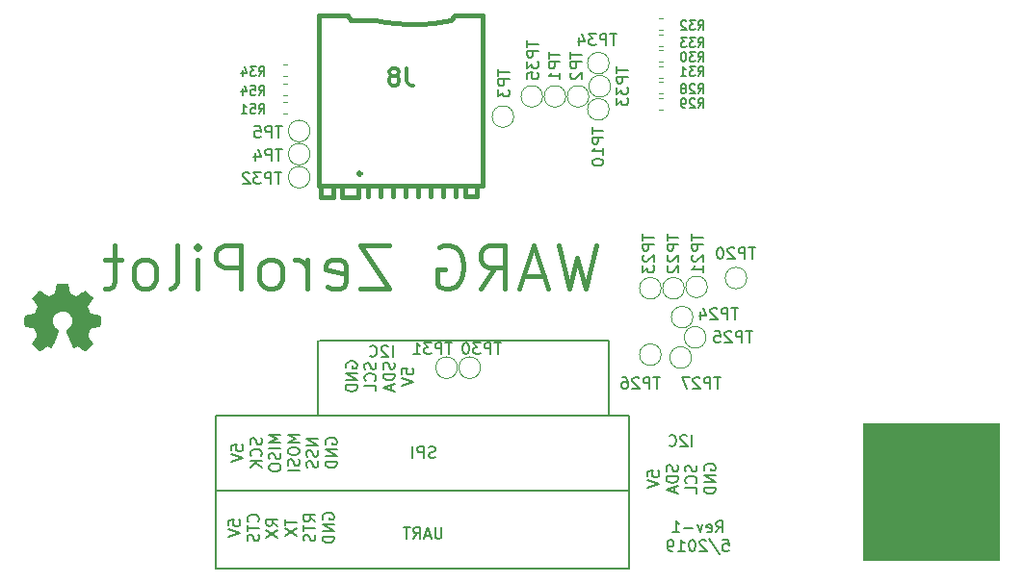
<source format=gbr>
G04 #@! TF.GenerationSoftware,KiCad,Pcbnew,(5.1.2)-1*
G04 #@! TF.CreationDate,2019-05-30T13:03:44-04:00*
G04 #@! TF.ProjectId,ZeroPilot,5a65726f-5069-46c6-9f74-2e6b69636164,rev?*
G04 #@! TF.SameCoordinates,Original*
G04 #@! TF.FileFunction,Legend,Bot*
G04 #@! TF.FilePolarity,Positive*
%FSLAX46Y46*%
G04 Gerber Fmt 4.6, Leading zero omitted, Abs format (unit mm)*
G04 Created by KiCad (PCBNEW (5.1.2)-1) date 2019-05-30 13:03:44*
%MOMM*%
%LPD*%
G04 APERTURE LIST*
%ADD10C,0.150000*%
%ADD11C,0.381000*%
%ADD12C,0.100000*%
%ADD13C,0.010000*%
%ADD14C,0.120000*%
%ADD15C,0.300000*%
%ADD16C,0.304800*%
G04 APERTURE END LIST*
D10*
X114476190Y-138514380D02*
X114476190Y-137514380D01*
X114047619Y-137609619D02*
X114000000Y-137562000D01*
X113904761Y-137514380D01*
X113666666Y-137514380D01*
X113571428Y-137562000D01*
X113523809Y-137609619D01*
X113476190Y-137704857D01*
X113476190Y-137800095D01*
X113523809Y-137942952D01*
X114095238Y-138514380D01*
X113476190Y-138514380D01*
X112476190Y-138419142D02*
X112523809Y-138466761D01*
X112666666Y-138514380D01*
X112761904Y-138514380D01*
X112904761Y-138466761D01*
X113000000Y-138371523D01*
X113047619Y-138276285D01*
X113095238Y-138085809D01*
X113095238Y-137942952D01*
X113047619Y-137752476D01*
X113000000Y-137657238D01*
X112904761Y-137562000D01*
X112761904Y-137514380D01*
X112666666Y-137514380D01*
X112523809Y-137562000D01*
X112476190Y-137609619D01*
X110604380Y-141173523D02*
X110604380Y-140697333D01*
X111080571Y-140649714D01*
X111032952Y-140697333D01*
X110985333Y-140792571D01*
X110985333Y-141030666D01*
X111032952Y-141125904D01*
X111080571Y-141173523D01*
X111175809Y-141221142D01*
X111413904Y-141221142D01*
X111509142Y-141173523D01*
X111556761Y-141125904D01*
X111604380Y-141030666D01*
X111604380Y-140792571D01*
X111556761Y-140697333D01*
X111509142Y-140649714D01*
X110604380Y-141506857D02*
X111604380Y-141840190D01*
X110604380Y-142173523D01*
X113206761Y-140149714D02*
X113254380Y-140292571D01*
X113254380Y-140530666D01*
X113206761Y-140625904D01*
X113159142Y-140673523D01*
X113063904Y-140721142D01*
X112968666Y-140721142D01*
X112873428Y-140673523D01*
X112825809Y-140625904D01*
X112778190Y-140530666D01*
X112730571Y-140340190D01*
X112682952Y-140244952D01*
X112635333Y-140197333D01*
X112540095Y-140149714D01*
X112444857Y-140149714D01*
X112349619Y-140197333D01*
X112302000Y-140244952D01*
X112254380Y-140340190D01*
X112254380Y-140578285D01*
X112302000Y-140721142D01*
X113254380Y-141149714D02*
X112254380Y-141149714D01*
X112254380Y-141387809D01*
X112302000Y-141530666D01*
X112397238Y-141625904D01*
X112492476Y-141673523D01*
X112682952Y-141721142D01*
X112825809Y-141721142D01*
X113016285Y-141673523D01*
X113111523Y-141625904D01*
X113206761Y-141530666D01*
X113254380Y-141387809D01*
X113254380Y-141149714D01*
X112968666Y-142102095D02*
X112968666Y-142578285D01*
X113254380Y-142006857D02*
X112254380Y-142340190D01*
X113254380Y-142673523D01*
X114856761Y-140173523D02*
X114904380Y-140316380D01*
X114904380Y-140554476D01*
X114856761Y-140649714D01*
X114809142Y-140697333D01*
X114713904Y-140744952D01*
X114618666Y-140744952D01*
X114523428Y-140697333D01*
X114475809Y-140649714D01*
X114428190Y-140554476D01*
X114380571Y-140364000D01*
X114332952Y-140268761D01*
X114285333Y-140221142D01*
X114190095Y-140173523D01*
X114094857Y-140173523D01*
X113999619Y-140221142D01*
X113952000Y-140268761D01*
X113904380Y-140364000D01*
X113904380Y-140602095D01*
X113952000Y-140744952D01*
X114809142Y-141744952D02*
X114856761Y-141697333D01*
X114904380Y-141554476D01*
X114904380Y-141459238D01*
X114856761Y-141316380D01*
X114761523Y-141221142D01*
X114666285Y-141173523D01*
X114475809Y-141125904D01*
X114332952Y-141125904D01*
X114142476Y-141173523D01*
X114047238Y-141221142D01*
X113952000Y-141316380D01*
X113904380Y-141459238D01*
X113904380Y-141554476D01*
X113952000Y-141697333D01*
X113999619Y-141744952D01*
X114904380Y-142649714D02*
X114904380Y-142173523D01*
X113904380Y-142173523D01*
X115602000Y-140602095D02*
X115554380Y-140506857D01*
X115554380Y-140364000D01*
X115602000Y-140221142D01*
X115697238Y-140125904D01*
X115792476Y-140078285D01*
X115982952Y-140030666D01*
X116125809Y-140030666D01*
X116316285Y-140078285D01*
X116411523Y-140125904D01*
X116506761Y-140221142D01*
X116554380Y-140364000D01*
X116554380Y-140459238D01*
X116506761Y-140602095D01*
X116459142Y-140649714D01*
X116125809Y-140649714D01*
X116125809Y-140459238D01*
X116554380Y-141078285D02*
X115554380Y-141078285D01*
X116554380Y-141649714D01*
X115554380Y-141649714D01*
X116554380Y-142125904D02*
X115554380Y-142125904D01*
X115554380Y-142364000D01*
X115602000Y-142506857D01*
X115697238Y-142602095D01*
X115792476Y-142649714D01*
X115982952Y-142697333D01*
X116125809Y-142697333D01*
X116316285Y-142649714D01*
X116411523Y-142602095D01*
X116506761Y-142506857D01*
X116554380Y-142364000D01*
X116554380Y-142125904D01*
X116619238Y-146071380D02*
X116952571Y-145595190D01*
X117190666Y-146071380D02*
X117190666Y-145071380D01*
X116809714Y-145071380D01*
X116714476Y-145119000D01*
X116666857Y-145166619D01*
X116619238Y-145261857D01*
X116619238Y-145404714D01*
X116666857Y-145499952D01*
X116714476Y-145547571D01*
X116809714Y-145595190D01*
X117190666Y-145595190D01*
X115809714Y-146023761D02*
X115904952Y-146071380D01*
X116095428Y-146071380D01*
X116190666Y-146023761D01*
X116238285Y-145928523D01*
X116238285Y-145547571D01*
X116190666Y-145452333D01*
X116095428Y-145404714D01*
X115904952Y-145404714D01*
X115809714Y-145452333D01*
X115762095Y-145547571D01*
X115762095Y-145642809D01*
X116238285Y-145738047D01*
X115428761Y-145404714D02*
X115190666Y-146071380D01*
X114952571Y-145404714D01*
X114571619Y-145690428D02*
X113809714Y-145690428D01*
X112809714Y-146071380D02*
X113381142Y-146071380D01*
X113095428Y-146071380D02*
X113095428Y-145071380D01*
X113190666Y-145214238D01*
X113285904Y-145309476D01*
X113381142Y-145357095D01*
X117214476Y-146721380D02*
X117690666Y-146721380D01*
X117738285Y-147197571D01*
X117690666Y-147149952D01*
X117595428Y-147102333D01*
X117357333Y-147102333D01*
X117262095Y-147149952D01*
X117214476Y-147197571D01*
X117166857Y-147292809D01*
X117166857Y-147530904D01*
X117214476Y-147626142D01*
X117262095Y-147673761D01*
X117357333Y-147721380D01*
X117595428Y-147721380D01*
X117690666Y-147673761D01*
X117738285Y-147626142D01*
X116024000Y-146673761D02*
X116881142Y-147959476D01*
X115738285Y-146816619D02*
X115690666Y-146769000D01*
X115595428Y-146721380D01*
X115357333Y-146721380D01*
X115262095Y-146769000D01*
X115214476Y-146816619D01*
X115166857Y-146911857D01*
X115166857Y-147007095D01*
X115214476Y-147149952D01*
X115785904Y-147721380D01*
X115166857Y-147721380D01*
X114547809Y-146721380D02*
X114452571Y-146721380D01*
X114357333Y-146769000D01*
X114309714Y-146816619D01*
X114262095Y-146911857D01*
X114214476Y-147102333D01*
X114214476Y-147340428D01*
X114262095Y-147530904D01*
X114309714Y-147626142D01*
X114357333Y-147673761D01*
X114452571Y-147721380D01*
X114547809Y-147721380D01*
X114643047Y-147673761D01*
X114690666Y-147626142D01*
X114738285Y-147530904D01*
X114785904Y-147340428D01*
X114785904Y-147102333D01*
X114738285Y-146911857D01*
X114690666Y-146816619D01*
X114643047Y-146769000D01*
X114547809Y-146721380D01*
X113262095Y-147721380D02*
X113833523Y-147721380D01*
X113547809Y-147721380D02*
X113547809Y-146721380D01*
X113643047Y-146864238D01*
X113738285Y-146959476D01*
X113833523Y-147007095D01*
X112785904Y-147721380D02*
X112595428Y-147721380D01*
X112500190Y-147673761D01*
X112452571Y-147626142D01*
X112357333Y-147483285D01*
X112309714Y-147292809D01*
X112309714Y-146911857D01*
X112357333Y-146816619D01*
X112404952Y-146769000D01*
X112500190Y-146721380D01*
X112690666Y-146721380D01*
X112785904Y-146769000D01*
X112833523Y-146816619D01*
X112881142Y-146911857D01*
X112881142Y-147149952D01*
X112833523Y-147245190D01*
X112785904Y-147292809D01*
X112690666Y-147340428D01*
X112500190Y-147340428D01*
X112404952Y-147292809D01*
X112357333Y-147245190D01*
X112309714Y-147149952D01*
D11*
X106043285Y-120799076D02*
X105136142Y-124609076D01*
X104410428Y-121887647D01*
X103684714Y-124609076D01*
X102777571Y-120799076D01*
X101507571Y-123520505D02*
X99693285Y-123520505D01*
X101870428Y-124609076D02*
X100600428Y-120799076D01*
X99330428Y-124609076D01*
X95883285Y-124609076D02*
X97153285Y-122794790D01*
X98060428Y-124609076D02*
X98060428Y-120799076D01*
X96609000Y-120799076D01*
X96246142Y-120980505D01*
X96064714Y-121161933D01*
X95883285Y-121524790D01*
X95883285Y-122069076D01*
X96064714Y-122431933D01*
X96246142Y-122613362D01*
X96609000Y-122794790D01*
X98060428Y-122794790D01*
X92254714Y-120980505D02*
X92617571Y-120799076D01*
X93161857Y-120799076D01*
X93706142Y-120980505D01*
X94069000Y-121343362D01*
X94250428Y-121706219D01*
X94431857Y-122431933D01*
X94431857Y-122976219D01*
X94250428Y-123701933D01*
X94069000Y-124064790D01*
X93706142Y-124427647D01*
X93161857Y-124609076D01*
X92799000Y-124609076D01*
X92254714Y-124427647D01*
X92073285Y-124246219D01*
X92073285Y-122976219D01*
X92799000Y-122976219D01*
X87900428Y-120799076D02*
X85360428Y-120799076D01*
X87900428Y-124609076D01*
X85360428Y-124609076D01*
X82457571Y-124427647D02*
X82820428Y-124609076D01*
X83546142Y-124609076D01*
X83909000Y-124427647D01*
X84090428Y-124064790D01*
X84090428Y-122613362D01*
X83909000Y-122250505D01*
X83546142Y-122069076D01*
X82820428Y-122069076D01*
X82457571Y-122250505D01*
X82276142Y-122613362D01*
X82276142Y-122976219D01*
X84090428Y-123339076D01*
X80643285Y-124609076D02*
X80643285Y-122069076D01*
X80643285Y-122794790D02*
X80461857Y-122431933D01*
X80280428Y-122250505D01*
X79917571Y-122069076D01*
X79554714Y-122069076D01*
X77740428Y-124609076D02*
X78103285Y-124427647D01*
X78284714Y-124246219D01*
X78466142Y-123883362D01*
X78466142Y-122794790D01*
X78284714Y-122431933D01*
X78103285Y-122250505D01*
X77740428Y-122069076D01*
X77196142Y-122069076D01*
X76833285Y-122250505D01*
X76651857Y-122431933D01*
X76470428Y-122794790D01*
X76470428Y-123883362D01*
X76651857Y-124246219D01*
X76833285Y-124427647D01*
X77196142Y-124609076D01*
X77740428Y-124609076D01*
X74837571Y-124609076D02*
X74837571Y-120799076D01*
X73386142Y-120799076D01*
X73023285Y-120980505D01*
X72841857Y-121161933D01*
X72660428Y-121524790D01*
X72660428Y-122069076D01*
X72841857Y-122431933D01*
X73023285Y-122613362D01*
X73386142Y-122794790D01*
X74837571Y-122794790D01*
X71027571Y-124609076D02*
X71027571Y-122069076D01*
X71027571Y-120799076D02*
X71209000Y-120980505D01*
X71027571Y-121161933D01*
X70846142Y-120980505D01*
X71027571Y-120799076D01*
X71027571Y-121161933D01*
X68669000Y-124609076D02*
X69031857Y-124427647D01*
X69213285Y-124064790D01*
X69213285Y-120799076D01*
X66673285Y-124609076D02*
X67036142Y-124427647D01*
X67217571Y-124246219D01*
X67399000Y-123883362D01*
X67399000Y-122794790D01*
X67217571Y-122431933D01*
X67036142Y-122250505D01*
X66673285Y-122069076D01*
X66129000Y-122069076D01*
X65766142Y-122250505D01*
X65584714Y-122431933D01*
X65403285Y-122794790D01*
X65403285Y-123883362D01*
X65584714Y-124246219D01*
X65766142Y-124427647D01*
X66129000Y-124609076D01*
X66673285Y-124609076D01*
X64314714Y-122069076D02*
X62863285Y-122069076D01*
X63770428Y-120799076D02*
X63770428Y-124064790D01*
X63589000Y-124427647D01*
X63226142Y-124609076D01*
X62863285Y-124609076D01*
D12*
G36*
X141502000Y-148476000D02*
G01*
X129502000Y-148476000D01*
X129502000Y-136476000D01*
X141502000Y-136476000D01*
X141502000Y-148476000D01*
G37*
X141502000Y-148476000D02*
X129502000Y-148476000D01*
X129502000Y-136476000D01*
X141502000Y-136476000D01*
X141502000Y-148476000D01*
D10*
X73775380Y-145491523D02*
X73775380Y-145015333D01*
X74251571Y-144967714D01*
X74203952Y-145015333D01*
X74156333Y-145110571D01*
X74156333Y-145348666D01*
X74203952Y-145443904D01*
X74251571Y-145491523D01*
X74346809Y-145539142D01*
X74584904Y-145539142D01*
X74680142Y-145491523D01*
X74727761Y-145443904D01*
X74775380Y-145348666D01*
X74775380Y-145110571D01*
X74727761Y-145015333D01*
X74680142Y-144967714D01*
X73775380Y-145824857D02*
X74775380Y-146158190D01*
X73775380Y-146491523D01*
X76330142Y-145134380D02*
X76377761Y-145086761D01*
X76425380Y-144943904D01*
X76425380Y-144848666D01*
X76377761Y-144705809D01*
X76282523Y-144610571D01*
X76187285Y-144562952D01*
X75996809Y-144515333D01*
X75853952Y-144515333D01*
X75663476Y-144562952D01*
X75568238Y-144610571D01*
X75473000Y-144705809D01*
X75425380Y-144848666D01*
X75425380Y-144943904D01*
X75473000Y-145086761D01*
X75520619Y-145134380D01*
X75425380Y-145420095D02*
X75425380Y-145991523D01*
X76425380Y-145705809D02*
X75425380Y-145705809D01*
X76377761Y-146277238D02*
X76425380Y-146420095D01*
X76425380Y-146658190D01*
X76377761Y-146753428D01*
X76330142Y-146801047D01*
X76234904Y-146848666D01*
X76139666Y-146848666D01*
X76044428Y-146801047D01*
X75996809Y-146753428D01*
X75949190Y-146658190D01*
X75901571Y-146467714D01*
X75853952Y-146372476D01*
X75806333Y-146324857D01*
X75711095Y-146277238D01*
X75615857Y-146277238D01*
X75520619Y-146324857D01*
X75473000Y-146372476D01*
X75425380Y-146467714D01*
X75425380Y-146705809D01*
X75473000Y-146848666D01*
X78075380Y-145515333D02*
X77599190Y-145182000D01*
X78075380Y-144943904D02*
X77075380Y-144943904D01*
X77075380Y-145324857D01*
X77123000Y-145420095D01*
X77170619Y-145467714D01*
X77265857Y-145515333D01*
X77408714Y-145515333D01*
X77503952Y-145467714D01*
X77551571Y-145420095D01*
X77599190Y-145324857D01*
X77599190Y-144943904D01*
X77075380Y-145848666D02*
X78075380Y-146515333D01*
X77075380Y-146515333D02*
X78075380Y-145848666D01*
X78725380Y-144920095D02*
X78725380Y-145491523D01*
X79725380Y-145205809D02*
X78725380Y-145205809D01*
X78725380Y-145729619D02*
X79725380Y-146396285D01*
X78725380Y-146396285D02*
X79725380Y-145729619D01*
X81375380Y-145134380D02*
X80899190Y-144801047D01*
X81375380Y-144562952D02*
X80375380Y-144562952D01*
X80375380Y-144943904D01*
X80423000Y-145039142D01*
X80470619Y-145086761D01*
X80565857Y-145134380D01*
X80708714Y-145134380D01*
X80803952Y-145086761D01*
X80851571Y-145039142D01*
X80899190Y-144943904D01*
X80899190Y-144562952D01*
X80375380Y-145420095D02*
X80375380Y-145991523D01*
X81375380Y-145705809D02*
X80375380Y-145705809D01*
X81327761Y-146277238D02*
X81375380Y-146420095D01*
X81375380Y-146658190D01*
X81327761Y-146753428D01*
X81280142Y-146801047D01*
X81184904Y-146848666D01*
X81089666Y-146848666D01*
X80994428Y-146801047D01*
X80946809Y-146753428D01*
X80899190Y-146658190D01*
X80851571Y-146467714D01*
X80803952Y-146372476D01*
X80756333Y-146324857D01*
X80661095Y-146277238D01*
X80565857Y-146277238D01*
X80470619Y-146324857D01*
X80423000Y-146372476D01*
X80375380Y-146467714D01*
X80375380Y-146705809D01*
X80423000Y-146848666D01*
X82073000Y-144920095D02*
X82025380Y-144824857D01*
X82025380Y-144682000D01*
X82073000Y-144539142D01*
X82168238Y-144443904D01*
X82263476Y-144396285D01*
X82453952Y-144348666D01*
X82596809Y-144348666D01*
X82787285Y-144396285D01*
X82882523Y-144443904D01*
X82977761Y-144539142D01*
X83025380Y-144682000D01*
X83025380Y-144777238D01*
X82977761Y-144920095D01*
X82930142Y-144967714D01*
X82596809Y-144967714D01*
X82596809Y-144777238D01*
X83025380Y-145396285D02*
X82025380Y-145396285D01*
X83025380Y-145967714D01*
X82025380Y-145967714D01*
X83025380Y-146443904D02*
X82025380Y-146443904D01*
X82025380Y-146682000D01*
X82073000Y-146824857D01*
X82168238Y-146920095D01*
X82263476Y-146967714D01*
X82453952Y-147015333D01*
X82596809Y-147015333D01*
X82787285Y-146967714D01*
X82882523Y-146920095D01*
X82977761Y-146824857D01*
X83025380Y-146682000D01*
X83025380Y-146443904D01*
X74029380Y-138887523D02*
X74029380Y-138411333D01*
X74505571Y-138363714D01*
X74457952Y-138411333D01*
X74410333Y-138506571D01*
X74410333Y-138744666D01*
X74457952Y-138839904D01*
X74505571Y-138887523D01*
X74600809Y-138935142D01*
X74838904Y-138935142D01*
X74934142Y-138887523D01*
X74981761Y-138839904D01*
X75029380Y-138744666D01*
X75029380Y-138506571D01*
X74981761Y-138411333D01*
X74934142Y-138363714D01*
X74029380Y-139220857D02*
X75029380Y-139554190D01*
X74029380Y-139887523D01*
X76631761Y-137792285D02*
X76679380Y-137935142D01*
X76679380Y-138173238D01*
X76631761Y-138268476D01*
X76584142Y-138316095D01*
X76488904Y-138363714D01*
X76393666Y-138363714D01*
X76298428Y-138316095D01*
X76250809Y-138268476D01*
X76203190Y-138173238D01*
X76155571Y-137982761D01*
X76107952Y-137887523D01*
X76060333Y-137839904D01*
X75965095Y-137792285D01*
X75869857Y-137792285D01*
X75774619Y-137839904D01*
X75727000Y-137887523D01*
X75679380Y-137982761D01*
X75679380Y-138220857D01*
X75727000Y-138363714D01*
X76584142Y-139363714D02*
X76631761Y-139316095D01*
X76679380Y-139173238D01*
X76679380Y-139078000D01*
X76631761Y-138935142D01*
X76536523Y-138839904D01*
X76441285Y-138792285D01*
X76250809Y-138744666D01*
X76107952Y-138744666D01*
X75917476Y-138792285D01*
X75822238Y-138839904D01*
X75727000Y-138935142D01*
X75679380Y-139078000D01*
X75679380Y-139173238D01*
X75727000Y-139316095D01*
X75774619Y-139363714D01*
X76679380Y-139792285D02*
X75679380Y-139792285D01*
X76679380Y-140363714D02*
X76107952Y-139935142D01*
X75679380Y-140363714D02*
X76250809Y-139792285D01*
X78329380Y-137506571D02*
X77329380Y-137506571D01*
X78043666Y-137839904D01*
X77329380Y-138173238D01*
X78329380Y-138173238D01*
X78329380Y-138649428D02*
X77329380Y-138649428D01*
X78281761Y-139078000D02*
X78329380Y-139220857D01*
X78329380Y-139458952D01*
X78281761Y-139554190D01*
X78234142Y-139601809D01*
X78138904Y-139649428D01*
X78043666Y-139649428D01*
X77948428Y-139601809D01*
X77900809Y-139554190D01*
X77853190Y-139458952D01*
X77805571Y-139268476D01*
X77757952Y-139173238D01*
X77710333Y-139125619D01*
X77615095Y-139078000D01*
X77519857Y-139078000D01*
X77424619Y-139125619D01*
X77377000Y-139173238D01*
X77329380Y-139268476D01*
X77329380Y-139506571D01*
X77377000Y-139649428D01*
X77329380Y-140268476D02*
X77329380Y-140458952D01*
X77377000Y-140554190D01*
X77472238Y-140649428D01*
X77662714Y-140697047D01*
X77996047Y-140697047D01*
X78186523Y-140649428D01*
X78281761Y-140554190D01*
X78329380Y-140458952D01*
X78329380Y-140268476D01*
X78281761Y-140173238D01*
X78186523Y-140078000D01*
X77996047Y-140030380D01*
X77662714Y-140030380D01*
X77472238Y-140078000D01*
X77377000Y-140173238D01*
X77329380Y-140268476D01*
X79979380Y-137506571D02*
X78979380Y-137506571D01*
X79693666Y-137839904D01*
X78979380Y-138173238D01*
X79979380Y-138173238D01*
X78979380Y-138839904D02*
X78979380Y-139030380D01*
X79027000Y-139125619D01*
X79122238Y-139220857D01*
X79312714Y-139268476D01*
X79646047Y-139268476D01*
X79836523Y-139220857D01*
X79931761Y-139125619D01*
X79979380Y-139030380D01*
X79979380Y-138839904D01*
X79931761Y-138744666D01*
X79836523Y-138649428D01*
X79646047Y-138601809D01*
X79312714Y-138601809D01*
X79122238Y-138649428D01*
X79027000Y-138744666D01*
X78979380Y-138839904D01*
X79931761Y-139649428D02*
X79979380Y-139792285D01*
X79979380Y-140030380D01*
X79931761Y-140125619D01*
X79884142Y-140173238D01*
X79788904Y-140220857D01*
X79693666Y-140220857D01*
X79598428Y-140173238D01*
X79550809Y-140125619D01*
X79503190Y-140030380D01*
X79455571Y-139839904D01*
X79407952Y-139744666D01*
X79360333Y-139697047D01*
X79265095Y-139649428D01*
X79169857Y-139649428D01*
X79074619Y-139697047D01*
X79027000Y-139744666D01*
X78979380Y-139839904D01*
X78979380Y-140078000D01*
X79027000Y-140220857D01*
X79979380Y-140649428D02*
X78979380Y-140649428D01*
X81629380Y-137839904D02*
X80629380Y-137839904D01*
X81629380Y-138411333D01*
X80629380Y-138411333D01*
X81581761Y-138839904D02*
X81629380Y-138982761D01*
X81629380Y-139220857D01*
X81581761Y-139316095D01*
X81534142Y-139363714D01*
X81438904Y-139411333D01*
X81343666Y-139411333D01*
X81248428Y-139363714D01*
X81200809Y-139316095D01*
X81153190Y-139220857D01*
X81105571Y-139030380D01*
X81057952Y-138935142D01*
X81010333Y-138887523D01*
X80915095Y-138839904D01*
X80819857Y-138839904D01*
X80724619Y-138887523D01*
X80677000Y-138935142D01*
X80629380Y-139030380D01*
X80629380Y-139268476D01*
X80677000Y-139411333D01*
X81581761Y-139792285D02*
X81629380Y-139935142D01*
X81629380Y-140173238D01*
X81581761Y-140268476D01*
X81534142Y-140316095D01*
X81438904Y-140363714D01*
X81343666Y-140363714D01*
X81248428Y-140316095D01*
X81200809Y-140268476D01*
X81153190Y-140173238D01*
X81105571Y-139982761D01*
X81057952Y-139887523D01*
X81010333Y-139839904D01*
X80915095Y-139792285D01*
X80819857Y-139792285D01*
X80724619Y-139839904D01*
X80677000Y-139887523D01*
X80629380Y-139982761D01*
X80629380Y-140220857D01*
X80677000Y-140363714D01*
X82327000Y-138316095D02*
X82279380Y-138220857D01*
X82279380Y-138078000D01*
X82327000Y-137935142D01*
X82422238Y-137839904D01*
X82517476Y-137792285D01*
X82707952Y-137744666D01*
X82850809Y-137744666D01*
X83041285Y-137792285D01*
X83136523Y-137839904D01*
X83231761Y-137935142D01*
X83279380Y-138078000D01*
X83279380Y-138173238D01*
X83231761Y-138316095D01*
X83184142Y-138363714D01*
X82850809Y-138363714D01*
X82850809Y-138173238D01*
X83279380Y-138792285D02*
X82279380Y-138792285D01*
X83279380Y-139363714D01*
X82279380Y-139363714D01*
X83279380Y-139839904D02*
X82279380Y-139839904D01*
X82279380Y-140078000D01*
X82327000Y-140220857D01*
X82422238Y-140316095D01*
X82517476Y-140363714D01*
X82707952Y-140411333D01*
X82850809Y-140411333D01*
X83041285Y-140363714D01*
X83136523Y-140316095D01*
X83231761Y-140220857D01*
X83279380Y-140078000D01*
X83279380Y-139839904D01*
X91917809Y-139482761D02*
X91774952Y-139530380D01*
X91536857Y-139530380D01*
X91441619Y-139482761D01*
X91394000Y-139435142D01*
X91346380Y-139339904D01*
X91346380Y-139244666D01*
X91394000Y-139149428D01*
X91441619Y-139101809D01*
X91536857Y-139054190D01*
X91727333Y-139006571D01*
X91822571Y-138958952D01*
X91870190Y-138911333D01*
X91917809Y-138816095D01*
X91917809Y-138720857D01*
X91870190Y-138625619D01*
X91822571Y-138578000D01*
X91727333Y-138530380D01*
X91489238Y-138530380D01*
X91346380Y-138578000D01*
X90917809Y-139530380D02*
X90917809Y-138530380D01*
X90536857Y-138530380D01*
X90441619Y-138578000D01*
X90394000Y-138625619D01*
X90346380Y-138720857D01*
X90346380Y-138863714D01*
X90394000Y-138958952D01*
X90441619Y-139006571D01*
X90536857Y-139054190D01*
X90917809Y-139054190D01*
X89917809Y-139530380D02*
X89917809Y-138530380D01*
X92489238Y-145642380D02*
X92489238Y-146451904D01*
X92441619Y-146547142D01*
X92394000Y-146594761D01*
X92298761Y-146642380D01*
X92108285Y-146642380D01*
X92013047Y-146594761D01*
X91965428Y-146547142D01*
X91917809Y-146451904D01*
X91917809Y-145642380D01*
X91489238Y-146356666D02*
X91013047Y-146356666D01*
X91584476Y-146642380D02*
X91251142Y-145642380D01*
X90917809Y-146642380D01*
X90013047Y-146642380D02*
X90346380Y-146166190D01*
X90584476Y-146642380D02*
X90584476Y-145642380D01*
X90203523Y-145642380D01*
X90108285Y-145690000D01*
X90060666Y-145737619D01*
X90013047Y-145832857D01*
X90013047Y-145975714D01*
X90060666Y-146070952D01*
X90108285Y-146118571D01*
X90203523Y-146166190D01*
X90584476Y-146166190D01*
X89727333Y-145642380D02*
X89155904Y-145642380D01*
X89441619Y-146642380D02*
X89441619Y-145642380D01*
X72606000Y-149238000D02*
X72606000Y-142380000D01*
X108928000Y-149238000D02*
X72606000Y-149238000D01*
X108928000Y-142380000D02*
X108928000Y-149238000D01*
X108928000Y-135776000D02*
X107150000Y-135776000D01*
X108928000Y-142380000D02*
X108928000Y-135776000D01*
X72606000Y-142380000D02*
X108928000Y-142380000D01*
X72606000Y-135776000D02*
X72606000Y-142380000D01*
X81623000Y-135776000D02*
X81623000Y-129172000D01*
X107150000Y-135776000D02*
X72606000Y-135776000D01*
X107150000Y-129172000D02*
X107150000Y-135776000D01*
X81750000Y-129172000D02*
X107150000Y-129172000D01*
X88187190Y-130640380D02*
X88187190Y-129640380D01*
X87758619Y-129735619D02*
X87711000Y-129688000D01*
X87615761Y-129640380D01*
X87377666Y-129640380D01*
X87282428Y-129688000D01*
X87234809Y-129735619D01*
X87187190Y-129830857D01*
X87187190Y-129926095D01*
X87234809Y-130068952D01*
X87806238Y-130640380D01*
X87187190Y-130640380D01*
X86187190Y-130545142D02*
X86234809Y-130592761D01*
X86377666Y-130640380D01*
X86472904Y-130640380D01*
X86615761Y-130592761D01*
X86711000Y-130497523D01*
X86758619Y-130402285D01*
X86806238Y-130211809D01*
X86806238Y-130068952D01*
X86758619Y-129878476D01*
X86711000Y-129783238D01*
X86615761Y-129688000D01*
X86472904Y-129640380D01*
X86377666Y-129640380D01*
X86234809Y-129688000D01*
X86187190Y-129735619D01*
X84109000Y-131585095D02*
X84061380Y-131489857D01*
X84061380Y-131347000D01*
X84109000Y-131204142D01*
X84204238Y-131108904D01*
X84299476Y-131061285D01*
X84489952Y-131013666D01*
X84632809Y-131013666D01*
X84823285Y-131061285D01*
X84918523Y-131108904D01*
X85013761Y-131204142D01*
X85061380Y-131347000D01*
X85061380Y-131442238D01*
X85013761Y-131585095D01*
X84966142Y-131632714D01*
X84632809Y-131632714D01*
X84632809Y-131442238D01*
X85061380Y-132061285D02*
X84061380Y-132061285D01*
X85061380Y-132632714D01*
X84061380Y-132632714D01*
X85061380Y-133108904D02*
X84061380Y-133108904D01*
X84061380Y-133347000D01*
X84109000Y-133489857D01*
X84204238Y-133585095D01*
X84299476Y-133632714D01*
X84489952Y-133680333D01*
X84632809Y-133680333D01*
X84823285Y-133632714D01*
X84918523Y-133585095D01*
X85013761Y-133489857D01*
X85061380Y-133347000D01*
X85061380Y-133108904D01*
X86663761Y-131156523D02*
X86711380Y-131299380D01*
X86711380Y-131537476D01*
X86663761Y-131632714D01*
X86616142Y-131680333D01*
X86520904Y-131727952D01*
X86425666Y-131727952D01*
X86330428Y-131680333D01*
X86282809Y-131632714D01*
X86235190Y-131537476D01*
X86187571Y-131347000D01*
X86139952Y-131251761D01*
X86092333Y-131204142D01*
X85997095Y-131156523D01*
X85901857Y-131156523D01*
X85806619Y-131204142D01*
X85759000Y-131251761D01*
X85711380Y-131347000D01*
X85711380Y-131585095D01*
X85759000Y-131727952D01*
X86616142Y-132727952D02*
X86663761Y-132680333D01*
X86711380Y-132537476D01*
X86711380Y-132442238D01*
X86663761Y-132299380D01*
X86568523Y-132204142D01*
X86473285Y-132156523D01*
X86282809Y-132108904D01*
X86139952Y-132108904D01*
X85949476Y-132156523D01*
X85854238Y-132204142D01*
X85759000Y-132299380D01*
X85711380Y-132442238D01*
X85711380Y-132537476D01*
X85759000Y-132680333D01*
X85806619Y-132727952D01*
X86711380Y-133632714D02*
X86711380Y-133156523D01*
X85711380Y-133156523D01*
X88313761Y-131132714D02*
X88361380Y-131275571D01*
X88361380Y-131513666D01*
X88313761Y-131608904D01*
X88266142Y-131656523D01*
X88170904Y-131704142D01*
X88075666Y-131704142D01*
X87980428Y-131656523D01*
X87932809Y-131608904D01*
X87885190Y-131513666D01*
X87837571Y-131323190D01*
X87789952Y-131227952D01*
X87742333Y-131180333D01*
X87647095Y-131132714D01*
X87551857Y-131132714D01*
X87456619Y-131180333D01*
X87409000Y-131227952D01*
X87361380Y-131323190D01*
X87361380Y-131561285D01*
X87409000Y-131704142D01*
X88361380Y-132132714D02*
X87361380Y-132132714D01*
X87361380Y-132370809D01*
X87409000Y-132513666D01*
X87504238Y-132608904D01*
X87599476Y-132656523D01*
X87789952Y-132704142D01*
X87932809Y-132704142D01*
X88123285Y-132656523D01*
X88218523Y-132608904D01*
X88313761Y-132513666D01*
X88361380Y-132370809D01*
X88361380Y-132132714D01*
X88075666Y-133085095D02*
X88075666Y-133561285D01*
X88361380Y-132989857D02*
X87361380Y-133323190D01*
X88361380Y-133656523D01*
X89011380Y-132156523D02*
X89011380Y-131680333D01*
X89487571Y-131632714D01*
X89439952Y-131680333D01*
X89392333Y-131775571D01*
X89392333Y-132013666D01*
X89439952Y-132108904D01*
X89487571Y-132156523D01*
X89582809Y-132204142D01*
X89820904Y-132204142D01*
X89916142Y-132156523D01*
X89963761Y-132108904D01*
X90011380Y-132013666D01*
X90011380Y-131775571D01*
X89963761Y-131680333D01*
X89916142Y-131632714D01*
X89011380Y-132489857D02*
X90011380Y-132823190D01*
X89011380Y-133156523D01*
D13*
G36*
X58588186Y-124608931D02*
G01*
X58504365Y-125053555D01*
X58195080Y-125181053D01*
X57885794Y-125308551D01*
X57514754Y-125056246D01*
X57410843Y-124985996D01*
X57316913Y-124923272D01*
X57237348Y-124870938D01*
X57176530Y-124831857D01*
X57138843Y-124808893D01*
X57128579Y-124803942D01*
X57110090Y-124816676D01*
X57070580Y-124851882D01*
X57014478Y-124905062D01*
X56946213Y-124971718D01*
X56870214Y-125047354D01*
X56790908Y-125127472D01*
X56712725Y-125207574D01*
X56640093Y-125283164D01*
X56577441Y-125349745D01*
X56529197Y-125402818D01*
X56499790Y-125437887D01*
X56492759Y-125449623D01*
X56502877Y-125471260D01*
X56531241Y-125518662D01*
X56574871Y-125587193D01*
X56630782Y-125672215D01*
X56695994Y-125769093D01*
X56733781Y-125824350D01*
X56802657Y-125925248D01*
X56863860Y-126016299D01*
X56914422Y-126092970D01*
X56951372Y-126150728D01*
X56971742Y-126185043D01*
X56974803Y-126192254D01*
X56967864Y-126212748D01*
X56948949Y-126260513D01*
X56920913Y-126328832D01*
X56886609Y-126410989D01*
X56848891Y-126500270D01*
X56810613Y-126589958D01*
X56774630Y-126673338D01*
X56743794Y-126743694D01*
X56720961Y-126794310D01*
X56708983Y-126818471D01*
X56708276Y-126819422D01*
X56689469Y-126824036D01*
X56639382Y-126834328D01*
X56563207Y-126849287D01*
X56466135Y-126867901D01*
X56353357Y-126889159D01*
X56287558Y-126901418D01*
X56167050Y-126924362D01*
X56058203Y-126946195D01*
X55966524Y-126965722D01*
X55897519Y-126981748D01*
X55856696Y-126993079D01*
X55848489Y-126996674D01*
X55840452Y-127021006D01*
X55833967Y-127075959D01*
X55829030Y-127155108D01*
X55825636Y-127252026D01*
X55823782Y-127360287D01*
X55823462Y-127473465D01*
X55824673Y-127585135D01*
X55827410Y-127688868D01*
X55831669Y-127778241D01*
X55837445Y-127846826D01*
X55844733Y-127888197D01*
X55849105Y-127896810D01*
X55875236Y-127907133D01*
X55930607Y-127921892D01*
X56007893Y-127939352D01*
X56099770Y-127957780D01*
X56131842Y-127963741D01*
X56286476Y-127992066D01*
X56408625Y-128014876D01*
X56502327Y-128033080D01*
X56571616Y-128047583D01*
X56620529Y-128059292D01*
X56653103Y-128069115D01*
X56673372Y-128077956D01*
X56685374Y-128086724D01*
X56687053Y-128088457D01*
X56703816Y-128116371D01*
X56729386Y-128170695D01*
X56761212Y-128244777D01*
X56796740Y-128331965D01*
X56833417Y-128425608D01*
X56868689Y-128519052D01*
X56900004Y-128605647D01*
X56924807Y-128678740D01*
X56940546Y-128731678D01*
X56944668Y-128757811D01*
X56944324Y-128758726D01*
X56930359Y-128780086D01*
X56898678Y-128827084D01*
X56852609Y-128894827D01*
X56795482Y-128978423D01*
X56730627Y-129072982D01*
X56712157Y-129099854D01*
X56646301Y-129197275D01*
X56588350Y-129286163D01*
X56541462Y-129361412D01*
X56508793Y-129417920D01*
X56493500Y-129450581D01*
X56492759Y-129454593D01*
X56505608Y-129475684D01*
X56541112Y-129517464D01*
X56594707Y-129575445D01*
X56661829Y-129645135D01*
X56737913Y-129722045D01*
X56818396Y-129801683D01*
X56898713Y-129879561D01*
X56974301Y-129951186D01*
X57040595Y-130012070D01*
X57093031Y-130057721D01*
X57127045Y-130083650D01*
X57136455Y-130087883D01*
X57158357Y-130077912D01*
X57203200Y-130051020D01*
X57263679Y-130011736D01*
X57310211Y-129980117D01*
X57394525Y-129922098D01*
X57494374Y-129853784D01*
X57594527Y-129785579D01*
X57648373Y-129749075D01*
X57830629Y-129625800D01*
X57983619Y-129708520D01*
X58053318Y-129744759D01*
X58112586Y-129772926D01*
X58152689Y-129788991D01*
X58162897Y-129791226D01*
X58175171Y-129774722D01*
X58199387Y-129728082D01*
X58233737Y-129655609D01*
X58276412Y-129561606D01*
X58325606Y-129450374D01*
X58379510Y-129326215D01*
X58436316Y-129193432D01*
X58494218Y-129056327D01*
X58551407Y-128919202D01*
X58606076Y-128786358D01*
X58656416Y-128662098D01*
X58700620Y-128550725D01*
X58736881Y-128456539D01*
X58763391Y-128383844D01*
X58778342Y-128336941D01*
X58780746Y-128320833D01*
X58761689Y-128300286D01*
X58719964Y-128266933D01*
X58664294Y-128227702D01*
X58659622Y-128224599D01*
X58515736Y-128109423D01*
X58399717Y-127975053D01*
X58312570Y-127825784D01*
X58255301Y-127665913D01*
X58228914Y-127499737D01*
X58234415Y-127331552D01*
X58272810Y-127165655D01*
X58345105Y-127006342D01*
X58366374Y-126971487D01*
X58477004Y-126830737D01*
X58607698Y-126717714D01*
X58753936Y-126633003D01*
X58911192Y-126577194D01*
X59074943Y-126550874D01*
X59240667Y-126554630D01*
X59403838Y-126589050D01*
X59559935Y-126654723D01*
X59704433Y-126752235D01*
X59749131Y-126791813D01*
X59862888Y-126915703D01*
X59945782Y-127046124D01*
X60002644Y-127192315D01*
X60034313Y-127337088D01*
X60042131Y-127499860D01*
X60016062Y-127663440D01*
X59958755Y-127822298D01*
X59872856Y-127970906D01*
X59761014Y-128103735D01*
X59625877Y-128215256D01*
X59608117Y-128227011D01*
X59551850Y-128265508D01*
X59509077Y-128298863D01*
X59488628Y-128320160D01*
X59488331Y-128320833D01*
X59492721Y-128343871D01*
X59510124Y-128396157D01*
X59538732Y-128473390D01*
X59576735Y-128571268D01*
X59622326Y-128685491D01*
X59673697Y-128811758D01*
X59729038Y-128945767D01*
X59786542Y-129083218D01*
X59844399Y-129219808D01*
X59900802Y-129351237D01*
X59953942Y-129473205D01*
X60002010Y-129581409D01*
X60043199Y-129671549D01*
X60075699Y-129739323D01*
X60097703Y-129780430D01*
X60106564Y-129791226D01*
X60133640Y-129782819D01*
X60184303Y-129760272D01*
X60249817Y-129727613D01*
X60285841Y-129708520D01*
X60438832Y-129625800D01*
X60621088Y-129749075D01*
X60714125Y-129812228D01*
X60815985Y-129881727D01*
X60911438Y-129947165D01*
X60959250Y-129980117D01*
X61026495Y-130025273D01*
X61083436Y-130061057D01*
X61122646Y-130082938D01*
X61135381Y-130087563D01*
X61153917Y-130075085D01*
X61194941Y-130040252D01*
X61254475Y-129986678D01*
X61328542Y-129917983D01*
X61413165Y-129837781D01*
X61466685Y-129786286D01*
X61560319Y-129694286D01*
X61641241Y-129611999D01*
X61706177Y-129542945D01*
X61751858Y-129490644D01*
X61775011Y-129458616D01*
X61777232Y-129452116D01*
X61766924Y-129427394D01*
X61738439Y-129377405D01*
X61694937Y-129307212D01*
X61639577Y-129221875D01*
X61575520Y-129126456D01*
X61557303Y-129099854D01*
X61490927Y-129003167D01*
X61431378Y-128916117D01*
X61381984Y-128843595D01*
X61346075Y-128790493D01*
X61326981Y-128761703D01*
X61325136Y-128758726D01*
X61327895Y-128735782D01*
X61342538Y-128685336D01*
X61366513Y-128614041D01*
X61397266Y-128528547D01*
X61432244Y-128435507D01*
X61468893Y-128341574D01*
X61504661Y-128253399D01*
X61536994Y-128177634D01*
X61563338Y-128120931D01*
X61581142Y-128089943D01*
X61582407Y-128088457D01*
X61593294Y-128079601D01*
X61611682Y-128070843D01*
X61641606Y-128061277D01*
X61687103Y-128049996D01*
X61752209Y-128036093D01*
X61840961Y-128018663D01*
X61957393Y-127996798D01*
X62105542Y-127969591D01*
X62137618Y-127963741D01*
X62232686Y-127945374D01*
X62315565Y-127927405D01*
X62378930Y-127911569D01*
X62415458Y-127899600D01*
X62420356Y-127896810D01*
X62428427Y-127872072D01*
X62434987Y-127816790D01*
X62440033Y-127737389D01*
X62443559Y-127640296D01*
X62445561Y-127531938D01*
X62446036Y-127418740D01*
X62444977Y-127307128D01*
X62442382Y-127203529D01*
X62438246Y-127114368D01*
X62432563Y-127046072D01*
X62425331Y-127005066D01*
X62420971Y-126996674D01*
X62396698Y-126988208D01*
X62341426Y-126974435D01*
X62260662Y-126956550D01*
X62159912Y-126935748D01*
X62044683Y-126913223D01*
X61981902Y-126901418D01*
X61862787Y-126879151D01*
X61756565Y-126858979D01*
X61668427Y-126841915D01*
X61603566Y-126828969D01*
X61567174Y-126821155D01*
X61561184Y-126819422D01*
X61551061Y-126799890D01*
X61529662Y-126752843D01*
X61499839Y-126685003D01*
X61464445Y-126603091D01*
X61426332Y-126513828D01*
X61388353Y-126423935D01*
X61353360Y-126340135D01*
X61324206Y-126269147D01*
X61303743Y-126217694D01*
X61294823Y-126192497D01*
X61294657Y-126191396D01*
X61304769Y-126171519D01*
X61333117Y-126125777D01*
X61376723Y-126058717D01*
X61432606Y-125974884D01*
X61497787Y-125878826D01*
X61535679Y-125823650D01*
X61604725Y-125722481D01*
X61666050Y-125630630D01*
X61716663Y-125552744D01*
X61753571Y-125493469D01*
X61773782Y-125457451D01*
X61776701Y-125449377D01*
X61764153Y-125430584D01*
X61729463Y-125390457D01*
X61677063Y-125333493D01*
X61611384Y-125264185D01*
X61536856Y-125187031D01*
X61457913Y-125106525D01*
X61378983Y-125027163D01*
X61304500Y-124953440D01*
X61238894Y-124889852D01*
X61186596Y-124840894D01*
X61152039Y-124811061D01*
X61140478Y-124803942D01*
X61121654Y-124813953D01*
X61076631Y-124842078D01*
X61009787Y-124885454D01*
X60925499Y-124941218D01*
X60828144Y-125006506D01*
X60754707Y-125056246D01*
X60383667Y-125308551D01*
X59765095Y-125053555D01*
X59681275Y-124608931D01*
X59597454Y-124164307D01*
X58672006Y-124164307D01*
X58588186Y-124608931D01*
X58588186Y-124608931D01*
G37*
X58588186Y-124608931D02*
X58504365Y-125053555D01*
X58195080Y-125181053D01*
X57885794Y-125308551D01*
X57514754Y-125056246D01*
X57410843Y-124985996D01*
X57316913Y-124923272D01*
X57237348Y-124870938D01*
X57176530Y-124831857D01*
X57138843Y-124808893D01*
X57128579Y-124803942D01*
X57110090Y-124816676D01*
X57070580Y-124851882D01*
X57014478Y-124905062D01*
X56946213Y-124971718D01*
X56870214Y-125047354D01*
X56790908Y-125127472D01*
X56712725Y-125207574D01*
X56640093Y-125283164D01*
X56577441Y-125349745D01*
X56529197Y-125402818D01*
X56499790Y-125437887D01*
X56492759Y-125449623D01*
X56502877Y-125471260D01*
X56531241Y-125518662D01*
X56574871Y-125587193D01*
X56630782Y-125672215D01*
X56695994Y-125769093D01*
X56733781Y-125824350D01*
X56802657Y-125925248D01*
X56863860Y-126016299D01*
X56914422Y-126092970D01*
X56951372Y-126150728D01*
X56971742Y-126185043D01*
X56974803Y-126192254D01*
X56967864Y-126212748D01*
X56948949Y-126260513D01*
X56920913Y-126328832D01*
X56886609Y-126410989D01*
X56848891Y-126500270D01*
X56810613Y-126589958D01*
X56774630Y-126673338D01*
X56743794Y-126743694D01*
X56720961Y-126794310D01*
X56708983Y-126818471D01*
X56708276Y-126819422D01*
X56689469Y-126824036D01*
X56639382Y-126834328D01*
X56563207Y-126849287D01*
X56466135Y-126867901D01*
X56353357Y-126889159D01*
X56287558Y-126901418D01*
X56167050Y-126924362D01*
X56058203Y-126946195D01*
X55966524Y-126965722D01*
X55897519Y-126981748D01*
X55856696Y-126993079D01*
X55848489Y-126996674D01*
X55840452Y-127021006D01*
X55833967Y-127075959D01*
X55829030Y-127155108D01*
X55825636Y-127252026D01*
X55823782Y-127360287D01*
X55823462Y-127473465D01*
X55824673Y-127585135D01*
X55827410Y-127688868D01*
X55831669Y-127778241D01*
X55837445Y-127846826D01*
X55844733Y-127888197D01*
X55849105Y-127896810D01*
X55875236Y-127907133D01*
X55930607Y-127921892D01*
X56007893Y-127939352D01*
X56099770Y-127957780D01*
X56131842Y-127963741D01*
X56286476Y-127992066D01*
X56408625Y-128014876D01*
X56502327Y-128033080D01*
X56571616Y-128047583D01*
X56620529Y-128059292D01*
X56653103Y-128069115D01*
X56673372Y-128077956D01*
X56685374Y-128086724D01*
X56687053Y-128088457D01*
X56703816Y-128116371D01*
X56729386Y-128170695D01*
X56761212Y-128244777D01*
X56796740Y-128331965D01*
X56833417Y-128425608D01*
X56868689Y-128519052D01*
X56900004Y-128605647D01*
X56924807Y-128678740D01*
X56940546Y-128731678D01*
X56944668Y-128757811D01*
X56944324Y-128758726D01*
X56930359Y-128780086D01*
X56898678Y-128827084D01*
X56852609Y-128894827D01*
X56795482Y-128978423D01*
X56730627Y-129072982D01*
X56712157Y-129099854D01*
X56646301Y-129197275D01*
X56588350Y-129286163D01*
X56541462Y-129361412D01*
X56508793Y-129417920D01*
X56493500Y-129450581D01*
X56492759Y-129454593D01*
X56505608Y-129475684D01*
X56541112Y-129517464D01*
X56594707Y-129575445D01*
X56661829Y-129645135D01*
X56737913Y-129722045D01*
X56818396Y-129801683D01*
X56898713Y-129879561D01*
X56974301Y-129951186D01*
X57040595Y-130012070D01*
X57093031Y-130057721D01*
X57127045Y-130083650D01*
X57136455Y-130087883D01*
X57158357Y-130077912D01*
X57203200Y-130051020D01*
X57263679Y-130011736D01*
X57310211Y-129980117D01*
X57394525Y-129922098D01*
X57494374Y-129853784D01*
X57594527Y-129785579D01*
X57648373Y-129749075D01*
X57830629Y-129625800D01*
X57983619Y-129708520D01*
X58053318Y-129744759D01*
X58112586Y-129772926D01*
X58152689Y-129788991D01*
X58162897Y-129791226D01*
X58175171Y-129774722D01*
X58199387Y-129728082D01*
X58233737Y-129655609D01*
X58276412Y-129561606D01*
X58325606Y-129450374D01*
X58379510Y-129326215D01*
X58436316Y-129193432D01*
X58494218Y-129056327D01*
X58551407Y-128919202D01*
X58606076Y-128786358D01*
X58656416Y-128662098D01*
X58700620Y-128550725D01*
X58736881Y-128456539D01*
X58763391Y-128383844D01*
X58778342Y-128336941D01*
X58780746Y-128320833D01*
X58761689Y-128300286D01*
X58719964Y-128266933D01*
X58664294Y-128227702D01*
X58659622Y-128224599D01*
X58515736Y-128109423D01*
X58399717Y-127975053D01*
X58312570Y-127825784D01*
X58255301Y-127665913D01*
X58228914Y-127499737D01*
X58234415Y-127331552D01*
X58272810Y-127165655D01*
X58345105Y-127006342D01*
X58366374Y-126971487D01*
X58477004Y-126830737D01*
X58607698Y-126717714D01*
X58753936Y-126633003D01*
X58911192Y-126577194D01*
X59074943Y-126550874D01*
X59240667Y-126554630D01*
X59403838Y-126589050D01*
X59559935Y-126654723D01*
X59704433Y-126752235D01*
X59749131Y-126791813D01*
X59862888Y-126915703D01*
X59945782Y-127046124D01*
X60002644Y-127192315D01*
X60034313Y-127337088D01*
X60042131Y-127499860D01*
X60016062Y-127663440D01*
X59958755Y-127822298D01*
X59872856Y-127970906D01*
X59761014Y-128103735D01*
X59625877Y-128215256D01*
X59608117Y-128227011D01*
X59551850Y-128265508D01*
X59509077Y-128298863D01*
X59488628Y-128320160D01*
X59488331Y-128320833D01*
X59492721Y-128343871D01*
X59510124Y-128396157D01*
X59538732Y-128473390D01*
X59576735Y-128571268D01*
X59622326Y-128685491D01*
X59673697Y-128811758D01*
X59729038Y-128945767D01*
X59786542Y-129083218D01*
X59844399Y-129219808D01*
X59900802Y-129351237D01*
X59953942Y-129473205D01*
X60002010Y-129581409D01*
X60043199Y-129671549D01*
X60075699Y-129739323D01*
X60097703Y-129780430D01*
X60106564Y-129791226D01*
X60133640Y-129782819D01*
X60184303Y-129760272D01*
X60249817Y-129727613D01*
X60285841Y-129708520D01*
X60438832Y-129625800D01*
X60621088Y-129749075D01*
X60714125Y-129812228D01*
X60815985Y-129881727D01*
X60911438Y-129947165D01*
X60959250Y-129980117D01*
X61026495Y-130025273D01*
X61083436Y-130061057D01*
X61122646Y-130082938D01*
X61135381Y-130087563D01*
X61153917Y-130075085D01*
X61194941Y-130040252D01*
X61254475Y-129986678D01*
X61328542Y-129917983D01*
X61413165Y-129837781D01*
X61466685Y-129786286D01*
X61560319Y-129694286D01*
X61641241Y-129611999D01*
X61706177Y-129542945D01*
X61751858Y-129490644D01*
X61775011Y-129458616D01*
X61777232Y-129452116D01*
X61766924Y-129427394D01*
X61738439Y-129377405D01*
X61694937Y-129307212D01*
X61639577Y-129221875D01*
X61575520Y-129126456D01*
X61557303Y-129099854D01*
X61490927Y-129003167D01*
X61431378Y-128916117D01*
X61381984Y-128843595D01*
X61346075Y-128790493D01*
X61326981Y-128761703D01*
X61325136Y-128758726D01*
X61327895Y-128735782D01*
X61342538Y-128685336D01*
X61366513Y-128614041D01*
X61397266Y-128528547D01*
X61432244Y-128435507D01*
X61468893Y-128341574D01*
X61504661Y-128253399D01*
X61536994Y-128177634D01*
X61563338Y-128120931D01*
X61581142Y-128089943D01*
X61582407Y-128088457D01*
X61593294Y-128079601D01*
X61611682Y-128070843D01*
X61641606Y-128061277D01*
X61687103Y-128049996D01*
X61752209Y-128036093D01*
X61840961Y-128018663D01*
X61957393Y-127996798D01*
X62105542Y-127969591D01*
X62137618Y-127963741D01*
X62232686Y-127945374D01*
X62315565Y-127927405D01*
X62378930Y-127911569D01*
X62415458Y-127899600D01*
X62420356Y-127896810D01*
X62428427Y-127872072D01*
X62434987Y-127816790D01*
X62440033Y-127737389D01*
X62443559Y-127640296D01*
X62445561Y-127531938D01*
X62446036Y-127418740D01*
X62444977Y-127307128D01*
X62442382Y-127203529D01*
X62438246Y-127114368D01*
X62432563Y-127046072D01*
X62425331Y-127005066D01*
X62420971Y-126996674D01*
X62396698Y-126988208D01*
X62341426Y-126974435D01*
X62260662Y-126956550D01*
X62159912Y-126935748D01*
X62044683Y-126913223D01*
X61981902Y-126901418D01*
X61862787Y-126879151D01*
X61756565Y-126858979D01*
X61668427Y-126841915D01*
X61603566Y-126828969D01*
X61567174Y-126821155D01*
X61561184Y-126819422D01*
X61551061Y-126799890D01*
X61529662Y-126752843D01*
X61499839Y-126685003D01*
X61464445Y-126603091D01*
X61426332Y-126513828D01*
X61388353Y-126423935D01*
X61353360Y-126340135D01*
X61324206Y-126269147D01*
X61303743Y-126217694D01*
X61294823Y-126192497D01*
X61294657Y-126191396D01*
X61304769Y-126171519D01*
X61333117Y-126125777D01*
X61376723Y-126058717D01*
X61432606Y-125974884D01*
X61497787Y-125878826D01*
X61535679Y-125823650D01*
X61604725Y-125722481D01*
X61666050Y-125630630D01*
X61716663Y-125552744D01*
X61753571Y-125493469D01*
X61773782Y-125457451D01*
X61776701Y-125449377D01*
X61764153Y-125430584D01*
X61729463Y-125390457D01*
X61677063Y-125333493D01*
X61611384Y-125264185D01*
X61536856Y-125187031D01*
X61457913Y-125106525D01*
X61378983Y-125027163D01*
X61304500Y-124953440D01*
X61238894Y-124889852D01*
X61186596Y-124840894D01*
X61152039Y-124811061D01*
X61140478Y-124803942D01*
X61121654Y-124813953D01*
X61076631Y-124842078D01*
X61009787Y-124885454D01*
X60925499Y-124941218D01*
X60828144Y-125006506D01*
X60754707Y-125056246D01*
X60383667Y-125308551D01*
X59765095Y-125053555D01*
X59681275Y-124608931D01*
X59597454Y-124164307D01*
X58672006Y-124164307D01*
X58588186Y-124608931D01*
D14*
X101369000Y-107709000D02*
G75*
G03X101369000Y-107709000I-950000J0D01*
G01*
X107211000Y-104788000D02*
G75*
G03X107211000Y-104788000I-950000J0D01*
G01*
X107338000Y-106820000D02*
G75*
G03X107338000Y-106820000I-950000J0D01*
G01*
X80922000Y-114821000D02*
G75*
G03X80922000Y-114821000I-950000J0D01*
G01*
X93876000Y-131585000D02*
G75*
G03X93876000Y-131585000I-950000J0D01*
G01*
X95908000Y-131585000D02*
G75*
G03X95908000Y-131585000I-950000J0D01*
G01*
X114450000Y-130696000D02*
G75*
G03X114450000Y-130696000I-950000J0D01*
G01*
X111783000Y-130442000D02*
G75*
G03X111783000Y-130442000I-950000J0D01*
G01*
X115720000Y-128918000D02*
G75*
G03X115720000Y-128918000I-950000J0D01*
G01*
X114577000Y-127140000D02*
G75*
G03X114577000Y-127140000I-950000J0D01*
G01*
X111783000Y-124600000D02*
G75*
G03X111783000Y-124600000I-950000J0D01*
G01*
X113815000Y-124600000D02*
G75*
G03X113815000Y-124600000I-950000J0D01*
G01*
X115847000Y-124473000D02*
G75*
G03X115847000Y-124473000I-950000J0D01*
G01*
X119314000Y-123698000D02*
G75*
G03X119314000Y-123698000I-950000J0D01*
G01*
X107211000Y-108852000D02*
G75*
G03X107211000Y-108852000I-950000J0D01*
G01*
X80922000Y-110757000D02*
G75*
G03X80922000Y-110757000I-950000J0D01*
G01*
X80922000Y-112789000D02*
G75*
G03X80922000Y-112789000I-950000J0D01*
G01*
X98829000Y-109487000D02*
G75*
G03X98829000Y-109487000I-950000J0D01*
G01*
X105433000Y-107709000D02*
G75*
G03X105433000Y-107709000I-950000J0D01*
G01*
X103401000Y-107709000D02*
G75*
G03X103401000Y-107709000I-950000J0D01*
G01*
X78568733Y-106564000D02*
X78911267Y-106564000D01*
X78568733Y-107584000D02*
X78911267Y-107584000D01*
X78568733Y-108202000D02*
X78911267Y-108202000D01*
X78568733Y-109222000D02*
X78911267Y-109222000D01*
X78568733Y-104900000D02*
X78911267Y-104900000D01*
X78568733Y-105920000D02*
X78911267Y-105920000D01*
X111550733Y-102246000D02*
X111893267Y-102246000D01*
X111550733Y-103266000D02*
X111893267Y-103266000D01*
X111893267Y-101869000D02*
X111550733Y-101869000D01*
X111893267Y-100849000D02*
X111550733Y-100849000D01*
X111550733Y-105040000D02*
X111893267Y-105040000D01*
X111550733Y-106060000D02*
X111893267Y-106060000D01*
X111893267Y-104663000D02*
X111550733Y-104663000D01*
X111893267Y-103643000D02*
X111550733Y-103643000D01*
X111550733Y-107834000D02*
X111893267Y-107834000D01*
X111550733Y-108854000D02*
X111893267Y-108854000D01*
X111893267Y-107457000D02*
X111550733Y-107457000D01*
X111893267Y-106437000D02*
X111550733Y-106437000D01*
D15*
X85451681Y-114503200D02*
G75*
G03X85451681Y-114503200I-158481J0D01*
G01*
D11*
X91800680Y-101285040D02*
X93299280Y-100985320D01*
X86700360Y-100985320D02*
X87500460Y-101185980D01*
X87500460Y-101185980D02*
X89400380Y-101384100D01*
X89400380Y-101384100D02*
X90700860Y-101384100D01*
X90700860Y-101384100D02*
X91800680Y-101285040D01*
X86700360Y-100985320D02*
X84500720Y-100985320D01*
X84498180Y-100985320D02*
X84198460Y-100584000D01*
X93599000Y-100584000D02*
X96100900Y-100584000D01*
X84201000Y-100584000D02*
X81699100Y-100584000D01*
X93599000Y-100584000D02*
X93299280Y-100985320D01*
X85199220Y-115585240D02*
X85199220Y-116586000D01*
X85199220Y-116586000D02*
X83700620Y-116586000D01*
X83700620Y-116586000D02*
X83700620Y-115585240D01*
X82999580Y-116586000D02*
X81899760Y-116586000D01*
X82999580Y-116586000D02*
X82999580Y-115585240D01*
X81899760Y-115585240D02*
X81899760Y-116586000D01*
X94599760Y-116484400D02*
X95600520Y-116484400D01*
X94599760Y-115585240D02*
X94599760Y-116484400D01*
X95600520Y-116484400D02*
X95600520Y-115585240D01*
X93700600Y-116484400D02*
X93700600Y-115585240D01*
X92600780Y-116484400D02*
X92600780Y-115585240D01*
X91500960Y-116484400D02*
X91500960Y-115585240D01*
X90401140Y-116484400D02*
X90401140Y-115585240D01*
X89298780Y-116484400D02*
X89298780Y-115585240D01*
X88198960Y-116484400D02*
X88198960Y-115684300D01*
X87099140Y-116484400D02*
X87099140Y-115585240D01*
X85999320Y-115585240D02*
X85999320Y-116484400D01*
X96100900Y-100584000D02*
X96100900Y-115585240D01*
X96100900Y-115585240D02*
X81699100Y-115585240D01*
X81699100Y-115585240D02*
X81699100Y-100584000D01*
D10*
X99998380Y-102795904D02*
X99998380Y-103367333D01*
X100998380Y-103081619D02*
X99998380Y-103081619D01*
X100998380Y-103700666D02*
X99998380Y-103700666D01*
X99998380Y-104081619D01*
X100046000Y-104176857D01*
X100093619Y-104224476D01*
X100188857Y-104272095D01*
X100331714Y-104272095D01*
X100426952Y-104224476D01*
X100474571Y-104176857D01*
X100522190Y-104081619D01*
X100522190Y-103700666D01*
X99998380Y-104605428D02*
X99998380Y-105224476D01*
X100379333Y-104891142D01*
X100379333Y-105034000D01*
X100426952Y-105129238D01*
X100474571Y-105176857D01*
X100569809Y-105224476D01*
X100807904Y-105224476D01*
X100903142Y-105176857D01*
X100950761Y-105129238D01*
X100998380Y-105034000D01*
X100998380Y-104748285D01*
X100950761Y-104653047D01*
X100903142Y-104605428D01*
X99998380Y-106129238D02*
X99998380Y-105653047D01*
X100474571Y-105605428D01*
X100426952Y-105653047D01*
X100379333Y-105748285D01*
X100379333Y-105986380D01*
X100426952Y-106081619D01*
X100474571Y-106129238D01*
X100569809Y-106176857D01*
X100807904Y-106176857D01*
X100903142Y-106129238D01*
X100950761Y-106081619D01*
X100998380Y-105986380D01*
X100998380Y-105748285D01*
X100950761Y-105653047D01*
X100903142Y-105605428D01*
X107872095Y-102208380D02*
X107300666Y-102208380D01*
X107586380Y-103208380D02*
X107586380Y-102208380D01*
X106967333Y-103208380D02*
X106967333Y-102208380D01*
X106586380Y-102208380D01*
X106491142Y-102256000D01*
X106443523Y-102303619D01*
X106395904Y-102398857D01*
X106395904Y-102541714D01*
X106443523Y-102636952D01*
X106491142Y-102684571D01*
X106586380Y-102732190D01*
X106967333Y-102732190D01*
X106062571Y-102208380D02*
X105443523Y-102208380D01*
X105776857Y-102589333D01*
X105634000Y-102589333D01*
X105538761Y-102636952D01*
X105491142Y-102684571D01*
X105443523Y-102779809D01*
X105443523Y-103017904D01*
X105491142Y-103113142D01*
X105538761Y-103160761D01*
X105634000Y-103208380D01*
X105919714Y-103208380D01*
X106014952Y-103160761D01*
X106062571Y-103113142D01*
X104586380Y-102541714D02*
X104586380Y-103208380D01*
X104824476Y-102160761D02*
X105062571Y-102875047D01*
X104443523Y-102875047D01*
X107872380Y-105081904D02*
X107872380Y-105653333D01*
X108872380Y-105367619D02*
X107872380Y-105367619D01*
X108872380Y-105986666D02*
X107872380Y-105986666D01*
X107872380Y-106367619D01*
X107920000Y-106462857D01*
X107967619Y-106510476D01*
X108062857Y-106558095D01*
X108205714Y-106558095D01*
X108300952Y-106510476D01*
X108348571Y-106462857D01*
X108396190Y-106367619D01*
X108396190Y-105986666D01*
X107872380Y-106891428D02*
X107872380Y-107510476D01*
X108253333Y-107177142D01*
X108253333Y-107320000D01*
X108300952Y-107415238D01*
X108348571Y-107462857D01*
X108443809Y-107510476D01*
X108681904Y-107510476D01*
X108777142Y-107462857D01*
X108824761Y-107415238D01*
X108872380Y-107320000D01*
X108872380Y-107034285D01*
X108824761Y-106939047D01*
X108777142Y-106891428D01*
X107872380Y-107843809D02*
X107872380Y-108462857D01*
X108253333Y-108129523D01*
X108253333Y-108272380D01*
X108300952Y-108367619D01*
X108348571Y-108415238D01*
X108443809Y-108462857D01*
X108681904Y-108462857D01*
X108777142Y-108415238D01*
X108824761Y-108367619D01*
X108872380Y-108272380D01*
X108872380Y-107986666D01*
X108824761Y-107891428D01*
X108777142Y-107843809D01*
X78408095Y-114400380D02*
X77836666Y-114400380D01*
X78122380Y-115400380D02*
X78122380Y-114400380D01*
X77503333Y-115400380D02*
X77503333Y-114400380D01*
X77122380Y-114400380D01*
X77027142Y-114448000D01*
X76979523Y-114495619D01*
X76931904Y-114590857D01*
X76931904Y-114733714D01*
X76979523Y-114828952D01*
X77027142Y-114876571D01*
X77122380Y-114924190D01*
X77503333Y-114924190D01*
X76598571Y-114400380D02*
X75979523Y-114400380D01*
X76312857Y-114781333D01*
X76170000Y-114781333D01*
X76074761Y-114828952D01*
X76027142Y-114876571D01*
X75979523Y-114971809D01*
X75979523Y-115209904D01*
X76027142Y-115305142D01*
X76074761Y-115352761D01*
X76170000Y-115400380D01*
X76455714Y-115400380D01*
X76550952Y-115352761D01*
X76598571Y-115305142D01*
X75598571Y-114495619D02*
X75550952Y-114448000D01*
X75455714Y-114400380D01*
X75217619Y-114400380D01*
X75122380Y-114448000D01*
X75074761Y-114495619D01*
X75027142Y-114590857D01*
X75027142Y-114686095D01*
X75074761Y-114828952D01*
X75646190Y-115400380D01*
X75027142Y-115400380D01*
X93394095Y-129389380D02*
X92822666Y-129389380D01*
X93108380Y-130389380D02*
X93108380Y-129389380D01*
X92489333Y-130389380D02*
X92489333Y-129389380D01*
X92108380Y-129389380D01*
X92013142Y-129437000D01*
X91965523Y-129484619D01*
X91917904Y-129579857D01*
X91917904Y-129722714D01*
X91965523Y-129817952D01*
X92013142Y-129865571D01*
X92108380Y-129913190D01*
X92489333Y-129913190D01*
X91584571Y-129389380D02*
X90965523Y-129389380D01*
X91298857Y-129770333D01*
X91156000Y-129770333D01*
X91060761Y-129817952D01*
X91013142Y-129865571D01*
X90965523Y-129960809D01*
X90965523Y-130198904D01*
X91013142Y-130294142D01*
X91060761Y-130341761D01*
X91156000Y-130389380D01*
X91441714Y-130389380D01*
X91536952Y-130341761D01*
X91584571Y-130294142D01*
X90013142Y-130389380D02*
X90584571Y-130389380D01*
X90298857Y-130389380D02*
X90298857Y-129389380D01*
X90394095Y-129532238D01*
X90489333Y-129627476D01*
X90584571Y-129675095D01*
X97712095Y-129386380D02*
X97140666Y-129386380D01*
X97426380Y-130386380D02*
X97426380Y-129386380D01*
X96807333Y-130386380D02*
X96807333Y-129386380D01*
X96426380Y-129386380D01*
X96331142Y-129434000D01*
X96283523Y-129481619D01*
X96235904Y-129576857D01*
X96235904Y-129719714D01*
X96283523Y-129814952D01*
X96331142Y-129862571D01*
X96426380Y-129910190D01*
X96807333Y-129910190D01*
X95902571Y-129386380D02*
X95283523Y-129386380D01*
X95616857Y-129767333D01*
X95474000Y-129767333D01*
X95378761Y-129814952D01*
X95331142Y-129862571D01*
X95283523Y-129957809D01*
X95283523Y-130195904D01*
X95331142Y-130291142D01*
X95378761Y-130338761D01*
X95474000Y-130386380D01*
X95759714Y-130386380D01*
X95854952Y-130338761D01*
X95902571Y-130291142D01*
X94664476Y-129386380D02*
X94569238Y-129386380D01*
X94474000Y-129434000D01*
X94426380Y-129481619D01*
X94378761Y-129576857D01*
X94331142Y-129767333D01*
X94331142Y-130005428D01*
X94378761Y-130195904D01*
X94426380Y-130291142D01*
X94474000Y-130338761D01*
X94569238Y-130386380D01*
X94664476Y-130386380D01*
X94759714Y-130338761D01*
X94807333Y-130291142D01*
X94854952Y-130195904D01*
X94902571Y-130005428D01*
X94902571Y-129767333D01*
X94854952Y-129576857D01*
X94807333Y-129481619D01*
X94759714Y-129434000D01*
X94664476Y-129386380D01*
X117016095Y-132434380D02*
X116444666Y-132434380D01*
X116730380Y-133434380D02*
X116730380Y-132434380D01*
X116111333Y-133434380D02*
X116111333Y-132434380D01*
X115730380Y-132434380D01*
X115635142Y-132482000D01*
X115587523Y-132529619D01*
X115539904Y-132624857D01*
X115539904Y-132767714D01*
X115587523Y-132862952D01*
X115635142Y-132910571D01*
X115730380Y-132958190D01*
X116111333Y-132958190D01*
X115158952Y-132529619D02*
X115111333Y-132482000D01*
X115016095Y-132434380D01*
X114778000Y-132434380D01*
X114682761Y-132482000D01*
X114635142Y-132529619D01*
X114587523Y-132624857D01*
X114587523Y-132720095D01*
X114635142Y-132862952D01*
X115206571Y-133434380D01*
X114587523Y-133434380D01*
X114254190Y-132434380D02*
X113587523Y-132434380D01*
X114016095Y-133434380D01*
X111682095Y-132434380D02*
X111110666Y-132434380D01*
X111396380Y-133434380D02*
X111396380Y-132434380D01*
X110777333Y-133434380D02*
X110777333Y-132434380D01*
X110396380Y-132434380D01*
X110301142Y-132482000D01*
X110253523Y-132529619D01*
X110205904Y-132624857D01*
X110205904Y-132767714D01*
X110253523Y-132862952D01*
X110301142Y-132910571D01*
X110396380Y-132958190D01*
X110777333Y-132958190D01*
X109824952Y-132529619D02*
X109777333Y-132482000D01*
X109682095Y-132434380D01*
X109444000Y-132434380D01*
X109348761Y-132482000D01*
X109301142Y-132529619D01*
X109253523Y-132624857D01*
X109253523Y-132720095D01*
X109301142Y-132862952D01*
X109872571Y-133434380D01*
X109253523Y-133434380D01*
X108396380Y-132434380D02*
X108586857Y-132434380D01*
X108682095Y-132482000D01*
X108729714Y-132529619D01*
X108824952Y-132672476D01*
X108872571Y-132862952D01*
X108872571Y-133243904D01*
X108824952Y-133339142D01*
X108777333Y-133386761D01*
X108682095Y-133434380D01*
X108491619Y-133434380D01*
X108396380Y-133386761D01*
X108348761Y-133339142D01*
X108301142Y-133243904D01*
X108301142Y-133005809D01*
X108348761Y-132910571D01*
X108396380Y-132862952D01*
X108491619Y-132815333D01*
X108682095Y-132815333D01*
X108777333Y-132862952D01*
X108824952Y-132910571D01*
X108872571Y-133005809D01*
X119810095Y-128370380D02*
X119238666Y-128370380D01*
X119524380Y-129370380D02*
X119524380Y-128370380D01*
X118905333Y-129370380D02*
X118905333Y-128370380D01*
X118524380Y-128370380D01*
X118429142Y-128418000D01*
X118381523Y-128465619D01*
X118333904Y-128560857D01*
X118333904Y-128703714D01*
X118381523Y-128798952D01*
X118429142Y-128846571D01*
X118524380Y-128894190D01*
X118905333Y-128894190D01*
X117952952Y-128465619D02*
X117905333Y-128418000D01*
X117810095Y-128370380D01*
X117572000Y-128370380D01*
X117476761Y-128418000D01*
X117429142Y-128465619D01*
X117381523Y-128560857D01*
X117381523Y-128656095D01*
X117429142Y-128798952D01*
X118000571Y-129370380D01*
X117381523Y-129370380D01*
X116476761Y-128370380D02*
X116952952Y-128370380D01*
X117000571Y-128846571D01*
X116952952Y-128798952D01*
X116857714Y-128751333D01*
X116619619Y-128751333D01*
X116524380Y-128798952D01*
X116476761Y-128846571D01*
X116429142Y-128941809D01*
X116429142Y-129179904D01*
X116476761Y-129275142D01*
X116524380Y-129322761D01*
X116619619Y-129370380D01*
X116857714Y-129370380D01*
X116952952Y-129322761D01*
X117000571Y-129275142D01*
X118540095Y-126338380D02*
X117968666Y-126338380D01*
X118254380Y-127338380D02*
X118254380Y-126338380D01*
X117635333Y-127338380D02*
X117635333Y-126338380D01*
X117254380Y-126338380D01*
X117159142Y-126386000D01*
X117111523Y-126433619D01*
X117063904Y-126528857D01*
X117063904Y-126671714D01*
X117111523Y-126766952D01*
X117159142Y-126814571D01*
X117254380Y-126862190D01*
X117635333Y-126862190D01*
X116682952Y-126433619D02*
X116635333Y-126386000D01*
X116540095Y-126338380D01*
X116302000Y-126338380D01*
X116206761Y-126386000D01*
X116159142Y-126433619D01*
X116111523Y-126528857D01*
X116111523Y-126624095D01*
X116159142Y-126766952D01*
X116730571Y-127338380D01*
X116111523Y-127338380D01*
X115254380Y-126671714D02*
X115254380Y-127338380D01*
X115492476Y-126290761D02*
X115730571Y-127005047D01*
X115111523Y-127005047D01*
X110158380Y-119813904D02*
X110158380Y-120385333D01*
X111158380Y-120099619D02*
X110158380Y-120099619D01*
X111158380Y-120718666D02*
X110158380Y-120718666D01*
X110158380Y-121099619D01*
X110206000Y-121194857D01*
X110253619Y-121242476D01*
X110348857Y-121290095D01*
X110491714Y-121290095D01*
X110586952Y-121242476D01*
X110634571Y-121194857D01*
X110682190Y-121099619D01*
X110682190Y-120718666D01*
X110253619Y-121671047D02*
X110206000Y-121718666D01*
X110158380Y-121813904D01*
X110158380Y-122052000D01*
X110206000Y-122147238D01*
X110253619Y-122194857D01*
X110348857Y-122242476D01*
X110444095Y-122242476D01*
X110586952Y-122194857D01*
X111158380Y-121623428D01*
X111158380Y-122242476D01*
X110158380Y-122575809D02*
X110158380Y-123194857D01*
X110539333Y-122861523D01*
X110539333Y-123004380D01*
X110586952Y-123099619D01*
X110634571Y-123147238D01*
X110729809Y-123194857D01*
X110967904Y-123194857D01*
X111063142Y-123147238D01*
X111110761Y-123099619D01*
X111158380Y-123004380D01*
X111158380Y-122718666D01*
X111110761Y-122623428D01*
X111063142Y-122575809D01*
X112317380Y-119813904D02*
X112317380Y-120385333D01*
X113317380Y-120099619D02*
X112317380Y-120099619D01*
X113317380Y-120718666D02*
X112317380Y-120718666D01*
X112317380Y-121099619D01*
X112365000Y-121194857D01*
X112412619Y-121242476D01*
X112507857Y-121290095D01*
X112650714Y-121290095D01*
X112745952Y-121242476D01*
X112793571Y-121194857D01*
X112841190Y-121099619D01*
X112841190Y-120718666D01*
X112412619Y-121671047D02*
X112365000Y-121718666D01*
X112317380Y-121813904D01*
X112317380Y-122052000D01*
X112365000Y-122147238D01*
X112412619Y-122194857D01*
X112507857Y-122242476D01*
X112603095Y-122242476D01*
X112745952Y-122194857D01*
X113317380Y-121623428D01*
X113317380Y-122242476D01*
X112412619Y-122623428D02*
X112365000Y-122671047D01*
X112317380Y-122766285D01*
X112317380Y-123004380D01*
X112365000Y-123099619D01*
X112412619Y-123147238D01*
X112507857Y-123194857D01*
X112603095Y-123194857D01*
X112745952Y-123147238D01*
X113317380Y-122575809D01*
X113317380Y-123194857D01*
X114476380Y-119813904D02*
X114476380Y-120385333D01*
X115476380Y-120099619D02*
X114476380Y-120099619D01*
X115476380Y-120718666D02*
X114476380Y-120718666D01*
X114476380Y-121099619D01*
X114524000Y-121194857D01*
X114571619Y-121242476D01*
X114666857Y-121290095D01*
X114809714Y-121290095D01*
X114904952Y-121242476D01*
X114952571Y-121194857D01*
X115000190Y-121099619D01*
X115000190Y-120718666D01*
X114571619Y-121671047D02*
X114524000Y-121718666D01*
X114476380Y-121813904D01*
X114476380Y-122052000D01*
X114524000Y-122147238D01*
X114571619Y-122194857D01*
X114666857Y-122242476D01*
X114762095Y-122242476D01*
X114904952Y-122194857D01*
X115476380Y-121623428D01*
X115476380Y-122242476D01*
X115476380Y-123194857D02*
X115476380Y-122623428D01*
X115476380Y-122909142D02*
X114476380Y-122909142D01*
X114619238Y-122813904D01*
X114714476Y-122718666D01*
X114762095Y-122623428D01*
X120064095Y-121004380D02*
X119492666Y-121004380D01*
X119778380Y-122004380D02*
X119778380Y-121004380D01*
X119159333Y-122004380D02*
X119159333Y-121004380D01*
X118778380Y-121004380D01*
X118683142Y-121052000D01*
X118635523Y-121099619D01*
X118587904Y-121194857D01*
X118587904Y-121337714D01*
X118635523Y-121432952D01*
X118683142Y-121480571D01*
X118778380Y-121528190D01*
X119159333Y-121528190D01*
X118206952Y-121099619D02*
X118159333Y-121052000D01*
X118064095Y-121004380D01*
X117826000Y-121004380D01*
X117730761Y-121052000D01*
X117683142Y-121099619D01*
X117635523Y-121194857D01*
X117635523Y-121290095D01*
X117683142Y-121432952D01*
X118254571Y-122004380D01*
X117635523Y-122004380D01*
X117016476Y-121004380D02*
X116921238Y-121004380D01*
X116826000Y-121052000D01*
X116778380Y-121099619D01*
X116730761Y-121194857D01*
X116683142Y-121385333D01*
X116683142Y-121623428D01*
X116730761Y-121813904D01*
X116778380Y-121909142D01*
X116826000Y-121956761D01*
X116921238Y-122004380D01*
X117016476Y-122004380D01*
X117111714Y-121956761D01*
X117159333Y-121909142D01*
X117206952Y-121813904D01*
X117254571Y-121623428D01*
X117254571Y-121385333D01*
X117206952Y-121194857D01*
X117159333Y-121099619D01*
X117111714Y-121052000D01*
X117016476Y-121004380D01*
X105713380Y-110415904D02*
X105713380Y-110987333D01*
X106713380Y-110701619D02*
X105713380Y-110701619D01*
X106713380Y-111320666D02*
X105713380Y-111320666D01*
X105713380Y-111701619D01*
X105761000Y-111796857D01*
X105808619Y-111844476D01*
X105903857Y-111892095D01*
X106046714Y-111892095D01*
X106141952Y-111844476D01*
X106189571Y-111796857D01*
X106237190Y-111701619D01*
X106237190Y-111320666D01*
X106713380Y-112844476D02*
X106713380Y-112273047D01*
X106713380Y-112558761D02*
X105713380Y-112558761D01*
X105856238Y-112463523D01*
X105951476Y-112368285D01*
X105999095Y-112273047D01*
X105713380Y-113463523D02*
X105713380Y-113558761D01*
X105761000Y-113654000D01*
X105808619Y-113701619D01*
X105903857Y-113749238D01*
X106094333Y-113796857D01*
X106332428Y-113796857D01*
X106522904Y-113749238D01*
X106618142Y-113701619D01*
X106665761Y-113654000D01*
X106713380Y-113558761D01*
X106713380Y-113463523D01*
X106665761Y-113368285D01*
X106618142Y-113320666D01*
X106522904Y-113273047D01*
X106332428Y-113225428D01*
X106094333Y-113225428D01*
X105903857Y-113273047D01*
X105808619Y-113320666D01*
X105761000Y-113368285D01*
X105713380Y-113463523D01*
X78439904Y-110336380D02*
X77868476Y-110336380D01*
X78154190Y-111336380D02*
X78154190Y-110336380D01*
X77535142Y-111336380D02*
X77535142Y-110336380D01*
X77154190Y-110336380D01*
X77058952Y-110384000D01*
X77011333Y-110431619D01*
X76963714Y-110526857D01*
X76963714Y-110669714D01*
X77011333Y-110764952D01*
X77058952Y-110812571D01*
X77154190Y-110860190D01*
X77535142Y-110860190D01*
X76058952Y-110336380D02*
X76535142Y-110336380D01*
X76582761Y-110812571D01*
X76535142Y-110764952D01*
X76439904Y-110717333D01*
X76201809Y-110717333D01*
X76106571Y-110764952D01*
X76058952Y-110812571D01*
X76011333Y-110907809D01*
X76011333Y-111145904D01*
X76058952Y-111241142D01*
X76106571Y-111288761D01*
X76201809Y-111336380D01*
X76439904Y-111336380D01*
X76535142Y-111288761D01*
X76582761Y-111241142D01*
X78439904Y-112368380D02*
X77868476Y-112368380D01*
X78154190Y-113368380D02*
X78154190Y-112368380D01*
X77535142Y-113368380D02*
X77535142Y-112368380D01*
X77154190Y-112368380D01*
X77058952Y-112416000D01*
X77011333Y-112463619D01*
X76963714Y-112558857D01*
X76963714Y-112701714D01*
X77011333Y-112796952D01*
X77058952Y-112844571D01*
X77154190Y-112892190D01*
X77535142Y-112892190D01*
X76106571Y-112701714D02*
X76106571Y-113368380D01*
X76344666Y-112320761D02*
X76582761Y-113035047D01*
X75963714Y-113035047D01*
X97458380Y-105304095D02*
X97458380Y-105875523D01*
X98458380Y-105589809D02*
X97458380Y-105589809D01*
X98458380Y-106208857D02*
X97458380Y-106208857D01*
X97458380Y-106589809D01*
X97506000Y-106685047D01*
X97553619Y-106732666D01*
X97648857Y-106780285D01*
X97791714Y-106780285D01*
X97886952Y-106732666D01*
X97934571Y-106685047D01*
X97982190Y-106589809D01*
X97982190Y-106208857D01*
X97458380Y-107113619D02*
X97458380Y-107732666D01*
X97839333Y-107399333D01*
X97839333Y-107542190D01*
X97886952Y-107637428D01*
X97934571Y-107685047D01*
X98029809Y-107732666D01*
X98267904Y-107732666D01*
X98363142Y-107685047D01*
X98410761Y-107637428D01*
X98458380Y-107542190D01*
X98458380Y-107256476D01*
X98410761Y-107161238D01*
X98363142Y-107113619D01*
X103808380Y-103780095D02*
X103808380Y-104351523D01*
X104808380Y-104065809D02*
X103808380Y-104065809D01*
X104808380Y-104684857D02*
X103808380Y-104684857D01*
X103808380Y-105065809D01*
X103856000Y-105161047D01*
X103903619Y-105208666D01*
X103998857Y-105256285D01*
X104141714Y-105256285D01*
X104236952Y-105208666D01*
X104284571Y-105161047D01*
X104332190Y-105065809D01*
X104332190Y-104684857D01*
X103903619Y-105637238D02*
X103856000Y-105684857D01*
X103808380Y-105780095D01*
X103808380Y-106018190D01*
X103856000Y-106113428D01*
X103903619Y-106161047D01*
X103998857Y-106208666D01*
X104094095Y-106208666D01*
X104236952Y-106161047D01*
X104808380Y-105589619D01*
X104808380Y-106208666D01*
X101903380Y-103780095D02*
X101903380Y-104351523D01*
X102903380Y-104065809D02*
X101903380Y-104065809D01*
X102903380Y-104684857D02*
X101903380Y-104684857D01*
X101903380Y-105065809D01*
X101951000Y-105161047D01*
X101998619Y-105208666D01*
X102093857Y-105256285D01*
X102236714Y-105256285D01*
X102331952Y-105208666D01*
X102379571Y-105161047D01*
X102427190Y-105065809D01*
X102427190Y-104684857D01*
X102903380Y-106208666D02*
X102903380Y-105637238D01*
X102903380Y-105922952D02*
X101903380Y-105922952D01*
X102046238Y-105827714D01*
X102141476Y-105732476D01*
X102189095Y-105637238D01*
X76422285Y-107575904D02*
X76688952Y-107194952D01*
X76879428Y-107575904D02*
X76879428Y-106775904D01*
X76574666Y-106775904D01*
X76498476Y-106814000D01*
X76460380Y-106852095D01*
X76422285Y-106928285D01*
X76422285Y-107042571D01*
X76460380Y-107118761D01*
X76498476Y-107156857D01*
X76574666Y-107194952D01*
X76879428Y-107194952D01*
X75698476Y-106775904D02*
X76079428Y-106775904D01*
X76117523Y-107156857D01*
X76079428Y-107118761D01*
X76003238Y-107080666D01*
X75812761Y-107080666D01*
X75736571Y-107118761D01*
X75698476Y-107156857D01*
X75660380Y-107233047D01*
X75660380Y-107423523D01*
X75698476Y-107499714D01*
X75736571Y-107537809D01*
X75812761Y-107575904D01*
X76003238Y-107575904D01*
X76079428Y-107537809D01*
X76117523Y-107499714D01*
X74974666Y-107042571D02*
X74974666Y-107575904D01*
X75165142Y-106737809D02*
X75355619Y-107309238D01*
X74860380Y-107309238D01*
X76422285Y-109213904D02*
X76688952Y-108832952D01*
X76879428Y-109213904D02*
X76879428Y-108413904D01*
X76574666Y-108413904D01*
X76498476Y-108452000D01*
X76460380Y-108490095D01*
X76422285Y-108566285D01*
X76422285Y-108680571D01*
X76460380Y-108756761D01*
X76498476Y-108794857D01*
X76574666Y-108832952D01*
X76879428Y-108832952D01*
X75698476Y-108413904D02*
X76079428Y-108413904D01*
X76117523Y-108794857D01*
X76079428Y-108756761D01*
X76003238Y-108718666D01*
X75812761Y-108718666D01*
X75736571Y-108756761D01*
X75698476Y-108794857D01*
X75660380Y-108871047D01*
X75660380Y-109061523D01*
X75698476Y-109137714D01*
X75736571Y-109175809D01*
X75812761Y-109213904D01*
X76003238Y-109213904D01*
X76079428Y-109175809D01*
X76117523Y-109137714D01*
X74898476Y-109213904D02*
X75355619Y-109213904D01*
X75127047Y-109213904D02*
X75127047Y-108413904D01*
X75203238Y-108528190D01*
X75279428Y-108604380D01*
X75355619Y-108642476D01*
X76422285Y-105911904D02*
X76688952Y-105530952D01*
X76879428Y-105911904D02*
X76879428Y-105111904D01*
X76574666Y-105111904D01*
X76498476Y-105150000D01*
X76460380Y-105188095D01*
X76422285Y-105264285D01*
X76422285Y-105378571D01*
X76460380Y-105454761D01*
X76498476Y-105492857D01*
X76574666Y-105530952D01*
X76879428Y-105530952D01*
X76155619Y-105111904D02*
X75660380Y-105111904D01*
X75927047Y-105416666D01*
X75812761Y-105416666D01*
X75736571Y-105454761D01*
X75698476Y-105492857D01*
X75660380Y-105569047D01*
X75660380Y-105759523D01*
X75698476Y-105835714D01*
X75736571Y-105873809D01*
X75812761Y-105911904D01*
X76041333Y-105911904D01*
X76117523Y-105873809D01*
X76155619Y-105835714D01*
X74974666Y-105378571D02*
X74974666Y-105911904D01*
X75165142Y-105073809D02*
X75355619Y-105645238D01*
X74860380Y-105645238D01*
X115030285Y-103371904D02*
X115296952Y-102990952D01*
X115487428Y-103371904D02*
X115487428Y-102571904D01*
X115182666Y-102571904D01*
X115106476Y-102610000D01*
X115068380Y-102648095D01*
X115030285Y-102724285D01*
X115030285Y-102838571D01*
X115068380Y-102914761D01*
X115106476Y-102952857D01*
X115182666Y-102990952D01*
X115487428Y-102990952D01*
X114763619Y-102571904D02*
X114268380Y-102571904D01*
X114535047Y-102876666D01*
X114420761Y-102876666D01*
X114344571Y-102914761D01*
X114306476Y-102952857D01*
X114268380Y-103029047D01*
X114268380Y-103219523D01*
X114306476Y-103295714D01*
X114344571Y-103333809D01*
X114420761Y-103371904D01*
X114649333Y-103371904D01*
X114725523Y-103333809D01*
X114763619Y-103295714D01*
X114001714Y-102571904D02*
X113506476Y-102571904D01*
X113773142Y-102876666D01*
X113658857Y-102876666D01*
X113582666Y-102914761D01*
X113544571Y-102952857D01*
X113506476Y-103029047D01*
X113506476Y-103219523D01*
X113544571Y-103295714D01*
X113582666Y-103333809D01*
X113658857Y-103371904D01*
X113887428Y-103371904D01*
X113963619Y-103333809D01*
X114001714Y-103295714D01*
X115030285Y-101847904D02*
X115296952Y-101466952D01*
X115487428Y-101847904D02*
X115487428Y-101047904D01*
X115182666Y-101047904D01*
X115106476Y-101086000D01*
X115068380Y-101124095D01*
X115030285Y-101200285D01*
X115030285Y-101314571D01*
X115068380Y-101390761D01*
X115106476Y-101428857D01*
X115182666Y-101466952D01*
X115487428Y-101466952D01*
X114763619Y-101047904D02*
X114268380Y-101047904D01*
X114535047Y-101352666D01*
X114420761Y-101352666D01*
X114344571Y-101390761D01*
X114306476Y-101428857D01*
X114268380Y-101505047D01*
X114268380Y-101695523D01*
X114306476Y-101771714D01*
X114344571Y-101809809D01*
X114420761Y-101847904D01*
X114649333Y-101847904D01*
X114725523Y-101809809D01*
X114763619Y-101771714D01*
X113963619Y-101124095D02*
X113925523Y-101086000D01*
X113849333Y-101047904D01*
X113658857Y-101047904D01*
X113582666Y-101086000D01*
X113544571Y-101124095D01*
X113506476Y-101200285D01*
X113506476Y-101276476D01*
X113544571Y-101390761D01*
X114001714Y-101847904D01*
X113506476Y-101847904D01*
X115030285Y-105911904D02*
X115296952Y-105530952D01*
X115487428Y-105911904D02*
X115487428Y-105111904D01*
X115182666Y-105111904D01*
X115106476Y-105150000D01*
X115068380Y-105188095D01*
X115030285Y-105264285D01*
X115030285Y-105378571D01*
X115068380Y-105454761D01*
X115106476Y-105492857D01*
X115182666Y-105530952D01*
X115487428Y-105530952D01*
X114763619Y-105111904D02*
X114268380Y-105111904D01*
X114535047Y-105416666D01*
X114420761Y-105416666D01*
X114344571Y-105454761D01*
X114306476Y-105492857D01*
X114268380Y-105569047D01*
X114268380Y-105759523D01*
X114306476Y-105835714D01*
X114344571Y-105873809D01*
X114420761Y-105911904D01*
X114649333Y-105911904D01*
X114725523Y-105873809D01*
X114763619Y-105835714D01*
X113506476Y-105911904D02*
X113963619Y-105911904D01*
X113735047Y-105911904D02*
X113735047Y-105111904D01*
X113811238Y-105226190D01*
X113887428Y-105302380D01*
X113963619Y-105340476D01*
X115030285Y-104641904D02*
X115296952Y-104260952D01*
X115487428Y-104641904D02*
X115487428Y-103841904D01*
X115182666Y-103841904D01*
X115106476Y-103880000D01*
X115068380Y-103918095D01*
X115030285Y-103994285D01*
X115030285Y-104108571D01*
X115068380Y-104184761D01*
X115106476Y-104222857D01*
X115182666Y-104260952D01*
X115487428Y-104260952D01*
X114763619Y-103841904D02*
X114268380Y-103841904D01*
X114535047Y-104146666D01*
X114420761Y-104146666D01*
X114344571Y-104184761D01*
X114306476Y-104222857D01*
X114268380Y-104299047D01*
X114268380Y-104489523D01*
X114306476Y-104565714D01*
X114344571Y-104603809D01*
X114420761Y-104641904D01*
X114649333Y-104641904D01*
X114725523Y-104603809D01*
X114763619Y-104565714D01*
X113773142Y-103841904D02*
X113696952Y-103841904D01*
X113620761Y-103880000D01*
X113582666Y-103918095D01*
X113544571Y-103994285D01*
X113506476Y-104146666D01*
X113506476Y-104337142D01*
X113544571Y-104489523D01*
X113582666Y-104565714D01*
X113620761Y-104603809D01*
X113696952Y-104641904D01*
X113773142Y-104641904D01*
X113849333Y-104603809D01*
X113887428Y-104565714D01*
X113925523Y-104489523D01*
X113963619Y-104337142D01*
X113963619Y-104146666D01*
X113925523Y-103994285D01*
X113887428Y-103918095D01*
X113849333Y-103880000D01*
X113773142Y-103841904D01*
X115030285Y-108705904D02*
X115296952Y-108324952D01*
X115487428Y-108705904D02*
X115487428Y-107905904D01*
X115182666Y-107905904D01*
X115106476Y-107944000D01*
X115068380Y-107982095D01*
X115030285Y-108058285D01*
X115030285Y-108172571D01*
X115068380Y-108248761D01*
X115106476Y-108286857D01*
X115182666Y-108324952D01*
X115487428Y-108324952D01*
X114725523Y-107982095D02*
X114687428Y-107944000D01*
X114611238Y-107905904D01*
X114420761Y-107905904D01*
X114344571Y-107944000D01*
X114306476Y-107982095D01*
X114268380Y-108058285D01*
X114268380Y-108134476D01*
X114306476Y-108248761D01*
X114763619Y-108705904D01*
X114268380Y-108705904D01*
X113887428Y-108705904D02*
X113735047Y-108705904D01*
X113658857Y-108667809D01*
X113620761Y-108629714D01*
X113544571Y-108515428D01*
X113506476Y-108363047D01*
X113506476Y-108058285D01*
X113544571Y-107982095D01*
X113582666Y-107944000D01*
X113658857Y-107905904D01*
X113811238Y-107905904D01*
X113887428Y-107944000D01*
X113925523Y-107982095D01*
X113963619Y-108058285D01*
X113963619Y-108248761D01*
X113925523Y-108324952D01*
X113887428Y-108363047D01*
X113811238Y-108401142D01*
X113658857Y-108401142D01*
X113582666Y-108363047D01*
X113544571Y-108324952D01*
X113506476Y-108248761D01*
X115030285Y-107435904D02*
X115296952Y-107054952D01*
X115487428Y-107435904D02*
X115487428Y-106635904D01*
X115182666Y-106635904D01*
X115106476Y-106674000D01*
X115068380Y-106712095D01*
X115030285Y-106788285D01*
X115030285Y-106902571D01*
X115068380Y-106978761D01*
X115106476Y-107016857D01*
X115182666Y-107054952D01*
X115487428Y-107054952D01*
X114725523Y-106712095D02*
X114687428Y-106674000D01*
X114611238Y-106635904D01*
X114420761Y-106635904D01*
X114344571Y-106674000D01*
X114306476Y-106712095D01*
X114268380Y-106788285D01*
X114268380Y-106864476D01*
X114306476Y-106978761D01*
X114763619Y-107435904D01*
X114268380Y-107435904D01*
X113811238Y-106978761D02*
X113887428Y-106940666D01*
X113925523Y-106902571D01*
X113963619Y-106826380D01*
X113963619Y-106788285D01*
X113925523Y-106712095D01*
X113887428Y-106674000D01*
X113811238Y-106635904D01*
X113658857Y-106635904D01*
X113582666Y-106674000D01*
X113544571Y-106712095D01*
X113506476Y-106788285D01*
X113506476Y-106826380D01*
X113544571Y-106902571D01*
X113582666Y-106940666D01*
X113658857Y-106978761D01*
X113811238Y-106978761D01*
X113887428Y-107016857D01*
X113925523Y-107054952D01*
X113963619Y-107131142D01*
X113963619Y-107283523D01*
X113925523Y-107359714D01*
X113887428Y-107397809D01*
X113811238Y-107435904D01*
X113658857Y-107435904D01*
X113582666Y-107397809D01*
X113544571Y-107359714D01*
X113506476Y-107283523D01*
X113506476Y-107131142D01*
X113544571Y-107054952D01*
X113582666Y-107016857D01*
X113658857Y-106978761D01*
D16*
X89408000Y-105223428D02*
X89408000Y-106312000D01*
X89480571Y-106529714D01*
X89625714Y-106674857D01*
X89843428Y-106747428D01*
X89988571Y-106747428D01*
X88464571Y-105876571D02*
X88609714Y-105804000D01*
X88682285Y-105731428D01*
X88754857Y-105586285D01*
X88754857Y-105513714D01*
X88682285Y-105368571D01*
X88609714Y-105296000D01*
X88464571Y-105223428D01*
X88174285Y-105223428D01*
X88029142Y-105296000D01*
X87956571Y-105368571D01*
X87884000Y-105513714D01*
X87884000Y-105586285D01*
X87956571Y-105731428D01*
X88029142Y-105804000D01*
X88174285Y-105876571D01*
X88464571Y-105876571D01*
X88609714Y-105949142D01*
X88682285Y-106021714D01*
X88754857Y-106166857D01*
X88754857Y-106457142D01*
X88682285Y-106602285D01*
X88609714Y-106674857D01*
X88464571Y-106747428D01*
X88174285Y-106747428D01*
X88029142Y-106674857D01*
X87956571Y-106602285D01*
X87884000Y-106457142D01*
X87884000Y-106166857D01*
X87956571Y-106021714D01*
X88029142Y-105949142D01*
X88174285Y-105876571D01*
M02*

</source>
